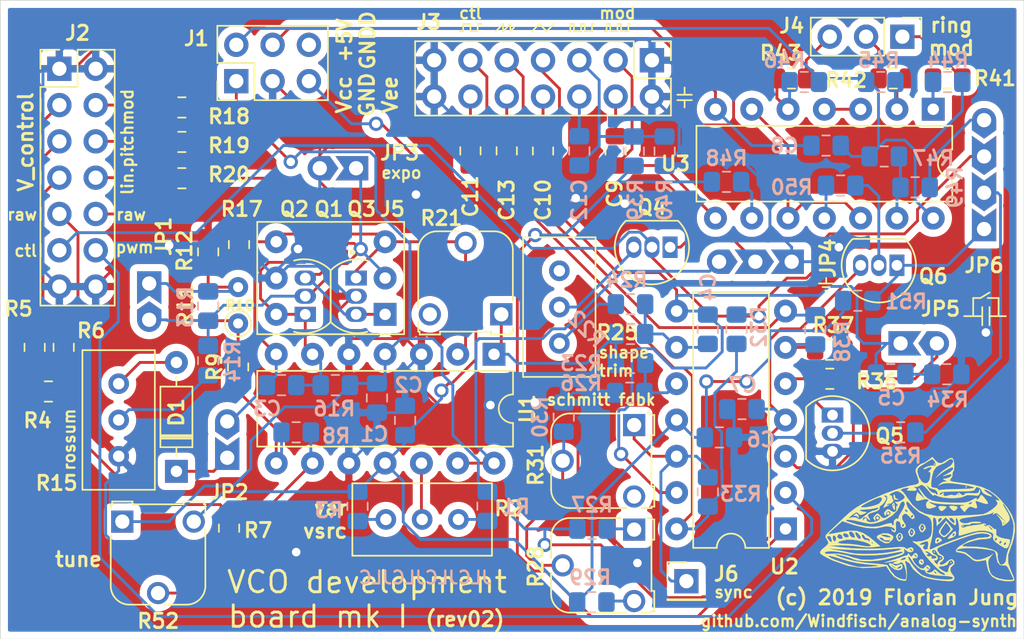
<source format=kicad_pcb>
(kicad_pcb (version 20171130) (host pcbnew 5.1.5)
  (layers (0 F.Cu signal) (31 B.Cu signal) (34 B.Paste user) (35 F.Paste user) (36 B.SilkS user) (37 F.SilkS user) (38 B.Mask user) (39 F.Mask user) (44 Edge.Cuts user))
  (net 0 "")
  (net 1 VCC)
  (net 2 VEE)
  (net 3 C1)
  (net 4 "Net-(C3-Pad1)")
  (net 5 "Net-(C4-Pad2)")
  (net 6 pulse)
  (net 7 sawtooth)
  (net 8 triangle)
  (net 9 square_ctl)
  (net 10 "Net-(D1-Pad2)")
  (net 11 "Net-(D1-Pad1)")
  (net 12 V_lin_pitchmod_1)
  (net 13 V_lin_pitchmod_2)
  (net 14 V_lin_pitchmod_3)
  (net 15 C2)
  (net 16 V_pwm)
  (net 17 ctl_override)
  (net 18 V_control_raw)
  (net 19 V_control_3)
  (net 20 V_control_2)
  (net 21 V_control)
  (net 22 "Net-(J4-Pad3)")
  (net 23 "Net-(J4-Pad2)")
  (net 24 "Net-(J4-Pad1)")
  (net 25 E)
  (net 26 B1)
  (net 27 "Net-(JP4-Pad2)")
  (net 28 "Net-(Q4-Pad3)")
  (net 29 "Net-(Q5-Pad1)")
  (net 30 "Net-(Q5-Pad2)")
  (net 31 "Net-(R1-Pad2)")
  (net 32 V_tune)
  (net 33 "Net-(JP1-Pad1)")
  (net 34 "Net-(R10-Pad1)")
  (net 35 V_expo)
  (net 36 saw_ctl)
  (net 37 "Net-(R36-Pad2)")
  (net 38 var_vsource)
  (net 39 "Net-(U3-Pad3)")
  (net 40 GND)
  (net 41 "Net-(C5-Pad1)")
  (net 42 +5V)
  (net 43 GNDD)
  (net 44 "Net-(C9-Pad2)")
  (net 45 rmpulse)
  (net 46 "Net-(C10-Pad2)")
  (net 47 "Net-(C11-Pad2)")
  (net 48 "Net-(C12-Pad2)")
  (net 49 "Net-(C13-Pad2)")
  (net 50 "Net-(J6-Pad1)")
  (net 51 "Net-(JP6-Pad4)")
  (net 52 "Net-(JP6-Pad1)")
  (net 53 "Net-(Q6-Pad2)")
  (net 54 "Net-(R2-Pad3)")
  (net 55 "Net-(R2-Pad2)")
  (net 56 "Net-(R8-Pad2)")
  (net 57 "Net-(R14-Pad2)")
  (net 58 "Net-(R23-Pad1)")
  (net 59 "Net-(R24-Pad1)")
  (net 60 "Net-(R27-Pad1)")
  (net 61 "Net-(R28-Pad2)")
  (net 62 "Net-(R28-Pad3)")
  (net 63 "Net-(R40-Pad2)")
  (net 64 "Net-(R41-Pad1)")
  (net 65 "Net-(R42-Pad1)")
  (net 66 "Net-(R43-Pad1)")
  (net 67 "Net-(R47-Pad1)")
  (net 68 "Net-(R48-Pad1)")
  (net 69 "Net-(R50-Pad2)")
  (net 70 "Net-(U3-Pad10)")
  (module footprints:SolderDipJumper4alt (layer F.Cu) (at 207.01 133.096 90)
    (fp_text reference JP6 (at -6.35 0 180) (layer F.SilkS) (effects (font (thickness 0.2))))
    (fp_text value "ringmod config")
    (pad 3 thru_hole custom (at 1.27 0 90) (size 1.7 1.7) (drill 1) (layers *.Cu *.Mask) (net 17 ctl_override) (options (clearance outline) (anchor circle)) (primitives (gr_poly (pts (xy -0.7 0.85) (xy -1.3 0) (xy -0.7 -0.85) (xy 1.45 -0.85) (xy 0.85 0) (xy 1.45 0.85)) (width 0))))
    (pad 4 thru_hole custom (at 3.81 0 90) (size 1.7 1.7) (drill 1) (layers *.Cu *.Mask) (net 51 "Net-(JP6-Pad4)") (options (clearance outline) (anchor circle)) (primitives (gr_poly (pts (xy -0.7 0.85) (xy -1.3 0) (xy -0.7 -0.85) (xy 0 -0.85) (xy 0 0.85)) (width 0))))
    (pad 2 thru_hole custom (at -1.27 0 90) (size 1.7 1.7) (drill 1) (layers *.Cu *.Mask) (net 36 saw_ctl) (options (clearance outline) (anchor circle)) (primitives (gr_poly (pts (xy -0.7 0.85) (xy -1.3 0) (xy -0.7 -0.85) (xy 1.45 -0.85) (xy 0.85 0) (xy 1.45 0.85)) (width 0))))
    (pad 1 thru_hole custom (at -3.81 0 90) (size 1.7 1.7) (drill 1) (layers *.Cu *.Mask) (net 52 "Net-(JP6-Pad1)") (options (clearance outline) (anchor rect)) (primitives (gr_poly (pts (xy 1.45 -0.85) (xy 0.85 0) (xy 1.45 0.85) (xy -0.05 0.85) (xy -0.05 -0.85)) (width 0))))
  )
  (module footprints:SolderDipJumper2alt (layer F.Cu) (at 202.438 144.907)
    (fp_text reference JP5 (at 1.524 -2.413) (layer F.SilkS) (effects (font (thickness 0.2))))
    (fp_text value Jumper_2_Open)
    (pad 2 thru_hole custom (at 1.27 0) (size 1.7 1.7) (drill 1) (layers *.Cu *.Mask) (net 41 "Net-(C5-Pad1)") (options (clearance outline) (anchor circle)) (primitives (gr_poly (pts (xy -0.7 0.85) (xy -1.3 0) (xy -0.7 -0.85) (xy 0 -0.85) (xy 0 0.85)) (width 0))))
    (pad 1 thru_hole custom (at -1.27 0) (size 1.7 1.7) (drill 1) (layers *.Cu *.Mask) (net 8 triangle) (options (clearance outline) (anchor rect)) (primitives (gr_poly (pts (xy 1.45 -0.85) (xy 0.85 0) (xy 1.45 0.85) (xy -0.05 0.85) (xy -0.05 -0.85)) (width 0))))
  )
  (module footprints:SolderDipJumper2alt (layer F.Cu) (at 161.798 132.6515 180)
    (fp_text reference JP3 (at -4.318 1.0795) (layer F.SilkS) (effects (font (thickness 0.2))))
    (fp_text value "expo in")
    (pad 2 thru_hole custom (at 1.27 0 180) (size 1.7 1.7) (drill 1) (layers *.Cu *.Mask) (net 40 GND) (options (clearance outline) (anchor circle)) (primitives (gr_poly (pts (xy -0.7 0.85) (xy -1.3 0) (xy -0.7 -0.85) (xy 0 -0.85) (xy 0 0.85)) (width 0))))
    (pad 1 thru_hole custom (at -1.27 0 180) (size 1.7 1.7) (drill 1) (layers *.Cu *.Mask) (net 26 B1) (options (clearance outline) (anchor rect)) (primitives (gr_poly (pts (xy 1.45 -0.85) (xy 0.85 0) (xy 1.45 0.85) (xy -0.05 0.85) (xy -0.05 -0.85)) (width 0))))
  )
  (module footprints:SolderDipJumper2alt (layer F.Cu) (at 154.051 151.638 90)
    (fp_text reference JP2 (at -3.683 0.127 180) (layer F.SilkS) (effects (font (thickness 0.2))))
    (fp_text value "Rossum connect")
    (pad 2 thru_hole custom (at 1.27 0 90) (size 1.7 1.7) (drill 1) (layers *.Cu *.Mask) (net 4 "Net-(C3-Pad1)") (options (clearance outline) (anchor circle)) (primitives (gr_poly (pts (xy -0.7 0.85) (xy -1.3 0) (xy -0.7 -0.85) (xy 0 -0.85) (xy 0 0.85)) (width 0))))
    (pad 1 thru_hole custom (at -1.27 0 90) (size 1.7 1.7) (drill 1) (layers *.Cu *.Mask) (net 11 "Net-(D1-Pad1)") (options (clearance outline) (anchor rect)) (primitives (gr_poly (pts (xy 1.45 -0.85) (xy 0.85 0) (xy 1.45 0.85) (xy -0.05 0.85) (xy -0.05 -0.85)) (width 0))))
  )
  (module footprints:SolderDipJumper2alt (layer F.Cu) (at 148.59 141.986 270)
    (fp_text reference JP1 (at -4.572 -1.016 270) (layer F.SilkS) (effects (font (thickness 0.2))))
    (fp_text value "Rossum override")
    (pad 2 thru_hole custom (at 1.27 0 270) (size 1.7 1.7) (drill 1) (layers *.Cu *.Mask) (net 26 B1) (options (clearance outline) (anchor circle)) (primitives (gr_poly (pts (xy -0.7 0.85) (xy -1.3 0) (xy -0.7 -0.85) (xy 0 -0.85) (xy 0 0.85)) (width 0))))
    (pad 1 thru_hole custom (at -1.27 0 270) (size 1.7 1.7) (drill 1) (layers *.Cu *.Mask) (net 33 "Net-(JP1-Pad1)") (options (clearance outline) (anchor rect)) (primitives (gr_poly (pts (xy 1.45 -0.85) (xy 0.85 0) (xy 1.45 0.85) (xy -0.05 0.85) (xy -0.05 -0.85)) (width 0))))
  )
  (module Potentiometer_THT:Potentiometer_Runtron_RM-065_Vertical (layer F.Cu) (at 146.7104 157.3784)
    (fp_text reference R52 (at 2.5146 6.9596) (layer F.SilkS) (effects (font (thickness 0.2))))
    (fp_text value 1k)
    (pad 2 thru_hole circle (at 2.5 5) (size 1.55 1.55) (drill 1) (layers *.Cu *.Mask) (net 32 V_tune))
    (pad 1 thru_hole rect (at 0 0) (size 1.55 1.55) (drill 1) (layers *.Cu *.Mask) (net 1 VCC))
    (pad 3 thru_hole circle (at 5 0) (size 1.55 1.55) (drill 1) (layers *.Cu *.Mask) (net 2 VEE))
  )
  (module Potentiometer_THT:Potentiometer_Runtron_RM-065_Vertical (layer F.Cu) (at 182.5244 150.622 270)
    (fp_text reference R31 (at 2.794 6.8834 90) (layer F.SilkS) (effects (font (thickness 0.2))))
    (fp_text value 1Meg)
    (pad 2 thru_hole circle (at 2.5 5 270) (size 1.55 1.55) (drill 1) (layers *.Cu *.Mask) (net 61 "Net-(R28-Pad2)"))
    (pad 1 thru_hole rect (at 0 0 270) (size 1.55 1.55) (drill 1) (layers *.Cu *.Mask) (net 50 "Net-(J6-Pad1)"))
    (pad 3 thru_hole circle (at 5 0 270) (size 1.55 1.55) (drill 1) (layers *.Cu *.Mask))
  )
  (module Potentiometer_THT:Potentiometer_Runtron_RM-065_Vertical (layer F.Cu) (at 182.5244 157.9372 270)
    (fp_text reference R28 (at 2.5908 6.8834 90) (layer F.SilkS) (effects (font (thickness 0.2))))
    (fp_text value 20k)
    (pad 2 thru_hole circle (at 2.5 5 270) (size 1.55 1.55) (drill 1) (layers *.Cu *.Mask) (net 61 "Net-(R28-Pad2)"))
    (pad 1 thru_hole rect (at 0 0 270) (size 1.55 1.55) (drill 1) (layers *.Cu *.Mask) (net 60 "Net-(R27-Pad1)"))
    (pad 3 thru_hole circle (at 5 0 270) (size 1.55 1.55) (drill 1) (layers *.Cu *.Mask) (net 62 "Net-(R28-Pad3)"))
  )
  (module Potentiometer_THT:Potentiometer_Runtron_RM-065_Vertical (layer F.Cu) (at 173.228 142.875 180)
    (fp_text reference R21 (at 4.191 6.731) (layer F.SilkS) (effects (font (thickness 0.2))))
    (fp_text value 50k)
    (pad 2 thru_hole circle (at 2.5 5 180) (size 1.55 1.55) (drill 1) (layers *.Cu *.Mask) (net 15 C2))
    (pad 1 thru_hole rect (at 0 0 180) (size 1.55 1.55) (drill 1) (layers *.Cu *.Mask) (net 35 V_expo))
    (pad 3 thru_hole circle (at 5 0 180) (size 1.55 1.55) (drill 1) (layers *.Cu *.Mask))
  )
  (module Package_TO_SOT_THT:TO-92_Inline (layer F.Cu) (at 196.4055 149.9235 270)
    (fp_text reference Q5 (at 1.4605 -4.0005 180) (layer F.SilkS) (effects (font (thickness 0.2))))
    (fp_text value BC547)
    (pad 1 thru_hole rect (at 0 0 270) (size 1.05 1.5) (drill 0.75) (layers *.Cu *.Mask) (net 29 "Net-(Q5-Pad1)"))
    (pad 3 thru_hole oval (at 2.54 0 270) (size 1.05 1.5) (drill 0.75) (layers *.Cu *.Mask) (net 40 GND))
    (pad 2 thru_hole oval (at 1.27 0 270) (size 1.05 1.5) (drill 0.75) (layers *.Cu *.Mask) (net 30 "Net-(Q5-Pad2)"))
  )
  (module Package_DIP:DIP-6_W7.62mm_Socket (layer F.Cu) (at 165.1 142.875 180)
    (fp_text reference J5 (at -0.508 7.366) (layer F.SilkS) (effects (font (thickness 0.2))))
    (fp_text value "BCM847 breakout socket")
    (pad 6 thru_hole oval (at 7.62 0 180) (size 1.6 1.6) (drill 0.8) (layers *.Cu *.Mask) (net 3 C1))
    (pad 3 thru_hole oval (at 0 5.08 180) (size 1.6 1.6) (drill 0.8) (layers *.Cu *.Mask) (net 15 C2))
    (pad 5 thru_hole oval (at 7.62 2.54 180) (size 1.6 1.6) (drill 0.8) (layers *.Cu *.Mask) (net 40 GND))
    (pad 2 thru_hole oval (at 0 2.54 180) (size 1.6 1.6) (drill 0.8) (layers *.Cu *.Mask) (net 26 B1))
    (pad 4 thru_hole oval (at 7.62 5.08 180) (size 1.6 1.6) (drill 0.8) (layers *.Cu *.Mask) (net 25 E))
    (pad 1 thru_hole rect (at 0 0 180) (size 1.6 1.6) (drill 0.8) (layers *.Cu *.Mask) (net 25 E))
  )
  (module Package_TO_SOT_SMD:SOT-363_SC-70-6 (layer F.Cu) (at 161.224 137.907 180)
    (fp_text reference Q1 (at 0.061 2.398 180) (layer F.SilkS) (effects (font (thickness 0.2))))
    (fp_text value BCM847)
    (pad 6 smd rect (at 0.95 -0.65 180) (size 0.65 0.4) (layers F.Cu F.Paste F.Mask) (net 3 C1))
    (pad 4 smd rect (at 0.95 0.65 180) (size 0.65 0.4) (layers F.Cu F.Paste F.Mask) (net 25 E))
    (pad 2 smd rect (at -0.95 0 180) (size 0.65 0.4) (layers F.Cu F.Paste F.Mask) (net 26 B1))
    (pad 5 smd rect (at 0.95 0 180) (size 0.65 0.4) (layers F.Cu F.Paste F.Mask) (net 40 GND))
    (pad 3 smd rect (at -0.95 0.65 180) (size 0.65 0.4) (layers F.Cu F.Paste F.Mask) (net 15 C2))
    (pad 1 smd rect (at -0.95 -0.65 180) (size 0.65 0.4) (layers F.Cu F.Paste F.Mask) (net 25 E))
  )
  (module footprints:TO-92_Inline_alt (layer F.Cu) (at 163.068 140.335 270)
    (fp_text reference Q3 (at -4.826 -0.381 180) (layer F.SilkS) (effects (font (thickness 0.2))))
    (fp_text value BC547)
    (pad 2 thru_hole oval (at 1.27 0 270) (size 1.05 1.5) (drill 0.75) (layers *.Cu *.Mask) (net 40 GND))
    (pad 3 thru_hole oval (at 2.54 0 270) (size 1.05 1.5) (drill 0.75) (layers *.Cu *.Mask) (net 25 E))
    (pad 1 thru_hole rect (at 0 0 270) (size 1.05 1.5) (drill 0.75) (layers *.Cu *.Mask) (net 15 C2))
  )
  (module footprints:TO-92_Inline_alt (layer F.Cu) (at 159.512 142.875 90)
    (fp_text reference Q2 (at 7.366 -0.762 180) (layer F.SilkS) (effects (font (thickness 0.2))))
    (fp_text value BC547)
    (pad 2 thru_hole oval (at 1.27 0 90) (size 1.05 1.5) (drill 0.75) (layers *.Cu *.Mask) (net 26 B1))
    (pad 3 thru_hole oval (at 2.54 0 90) (size 1.05 1.5) (drill 0.75) (layers *.Cu *.Mask) (net 25 E))
    (pad 1 thru_hole rect (at 0 0 90) (size 1.05 1.5) (drill 0.75) (layers *.Cu *.Mask) (net 3 C1))
  )
  (module windfisch:windfisch_smaller (layer F.Cu) (at 202.311 157.226)
    (fp_text reference G*** hide)
    (fp_text value LOGO hide)
  )
  (module Resistor_SMD:R_0805_2012Metric_Pad1.15x1.40mm_HandSolder (layer B.Cu) (at 182.2196 148.3614)
    (fp_text reference R26 (at -3.4036 -0.6604) (layer B.SilkS) (effects (font (thickness 0.2)) (justify mirror)))
    (fp_text value 47k)
    (pad 2 smd roundrect (at 1.025 0) (size 1.15 1.4) (layers B.Cu B.Paste B.Mask) (roundrect_rratio 0.217391) (net 58 "Net-(R23-Pad1)"))
    (pad 1 smd roundrect (at -1.025 0) (size 1.15 1.4) (layers B.Cu B.Paste B.Mask) (roundrect_rratio 0.217391) (net 40 GND))
  )
  (module Potentiometer_THT:Potentiometer_Bourns_3296W_Vertical (layer F.Cu) (at 177.292 144.907 270)
    (fp_text reference R25 (at -0.762 -4.064 180) (layer F.SilkS) (effects (font (thickness 0.2))))
    (fp_text value 10k)
    (pad 3 thru_hole circle (at -5.08 0 270) (size 1.44 1.44) (drill 0.8) (layers *.Cu *.Mask))
    (pad 2 thru_hole circle (at -2.54 0 270) (size 1.44 1.44) (drill 0.8) (layers *.Cu *.Mask) (net 28 "Net-(Q4-Pad3)"))
    (pad 1 thru_hole circle (at 0 0 270) (size 1.44 1.44) (drill 0.8) (layers *.Cu *.Mask) (net 59 "Net-(R24-Pad1)"))
  )
  (module Resistor_SMD:R_0805_2012Metric_Pad1.15x1.40mm_HandSolder (layer F.Cu) (at 150.876 133.35)
    (fp_text reference R20 (at 3.302 -0.254) (layer F.SilkS) (effects (font (thickness 0.2))))
    (fp_text value TODO)
    (pad 2 smd roundrect (at 1.025 0) (size 1.15 1.4) (layers F.Cu F.Paste F.Mask) (roundrect_rratio 0.217391) (net 15 C2))
    (pad 1 smd roundrect (at -1.025 0) (size 1.15 1.4) (layers F.Cu F.Paste F.Mask) (roundrect_rratio 0.217391) (net 14 V_lin_pitchmod_3))
  )
  (module Resistor_SMD:R_0805_2012Metric_Pad1.15x1.40mm_HandSolder (layer F.Cu) (at 150.876 130.81)
    (fp_text reference R19 (at 3.302 0.254) (layer F.SilkS) (effects (font (thickness 0.2))))
    (fp_text value TODO)
    (pad 2 smd roundrect (at 1.025 0) (size 1.15 1.4) (layers F.Cu F.Paste F.Mask) (roundrect_rratio 0.217391) (net 15 C2))
    (pad 1 smd roundrect (at -1.025 0) (size 1.15 1.4) (layers F.Cu F.Paste F.Mask) (roundrect_rratio 0.217391) (net 13 V_lin_pitchmod_2))
  )
  (module Resistor_SMD:R_0805_2012Metric_Pad1.15x1.40mm_HandSolder (layer F.Cu) (at 150.876 128.397)
    (fp_text reference R18 (at 3.302 0.635) (layer F.SilkS) (effects (font (thickness 0.2))))
    (fp_text value TODO)
    (pad 2 smd roundrect (at 1.025 0) (size 1.15 1.4) (layers F.Cu F.Paste F.Mask) (roundrect_rratio 0.217391) (net 15 C2))
    (pad 1 smd roundrect (at -1.025 0) (size 1.15 1.4) (layers F.Cu F.Paste F.Mask) (roundrect_rratio 0.217391) (net 12 V_lin_pitchmod_1))
  )
  (module Connector_PinHeader_2.54mm:PinHeader_2x07_P2.54mm_Vertical (layer F.Cu) (at 183.769 125.095 270)
    (fp_text reference J3 (at -2.667 15.621 180) (layer F.SilkS) (effects (font (thickness 0.2))))
    (fp_text value "signal out")
    (pad 14 thru_hole oval (at 2.54 15.24 270) (size 1.7 1.7) (drill 1) (layers *.Cu *.Mask) (net 40 GND))
    (pad 13 thru_hole oval (at 0 15.24 270) (size 1.7 1.7) (drill 1) (layers *.Cu *.Mask) (net 40 GND))
    (pad 12 thru_hole oval (at 2.54 12.7 270) (size 1.7 1.7) (drill 1) (layers *.Cu *.Mask) (net 47 "Net-(C11-Pad2)"))
    (pad 11 thru_hole oval (at 0 12.7 270) (size 1.7 1.7) (drill 1) (layers *.Cu *.Mask) (net 9 square_ctl))
    (pad 10 thru_hole oval (at 2.54 10.16 270) (size 1.7 1.7) (drill 1) (layers *.Cu *.Mask) (net 49 "Net-(C13-Pad2)"))
    (pad 9 thru_hole oval (at 0 10.16 270) (size 1.7 1.7) (drill 1) (layers *.Cu *.Mask) (net 7 sawtooth))
    (pad 8 thru_hole oval (at 2.54 7.62 270) (size 1.7 1.7) (drill 1) (layers *.Cu *.Mask) (net 46 "Net-(C10-Pad2)"))
    (pad 7 thru_hole oval (at 0 7.62 270) (size 1.7 1.7) (drill 1) (layers *.Cu *.Mask) (net 8 triangle))
    (pad 6 thru_hole oval (at 2.54 5.08 270) (size 1.7 1.7) (drill 1) (layers *.Cu *.Mask) (net 48 "Net-(C12-Pad2)"))
    (pad 5 thru_hole oval (at 0 5.08 270) (size 1.7 1.7) (drill 1) (layers *.Cu *.Mask) (net 6 pulse))
    (pad 4 thru_hole oval (at 2.54 2.54 270) (size 1.7 1.7) (drill 1) (layers *.Cu *.Mask) (net 44 "Net-(C9-Pad2)"))
    (pad 3 thru_hole oval (at 0 2.54 270) (size 1.7 1.7) (drill 1) (layers *.Cu *.Mask) (net 45 rmpulse))
    (pad 2 thru_hole oval (at 2.54 0 270) (size 1.7 1.7) (drill 1) (layers *.Cu *.Mask) (net 40 GND))
    (pad 1 thru_hole rect (at 0 0 270) (size 1.7 1.7) (drill 1) (layers *.Cu *.Mask) (net 40 GND))
  )
  (module Connector_PinHeader_2.54mm:PinHeader_2x07_P2.54mm_Vertical (layer F.Cu) (at 142.307 125.691)
    (fp_text reference J2 (at 1.27 -2.501) (layer F.SilkS) (effects (font (thickness 0.2))))
    (fp_text value "control in")
    (pad 14 thru_hole oval (at 2.54 15.24) (size 1.7 1.7) (drill 1) (layers *.Cu *.Mask) (net 40 GND))
    (pad 13 thru_hole oval (at 0 15.24) (size 1.7 1.7) (drill 1) (layers *.Cu *.Mask) (net 40 GND))
    (pad 12 thru_hole oval (at 2.54 12.7) (size 1.7 1.7) (drill 1) (layers *.Cu *.Mask) (net 16 V_pwm))
    (pad 11 thru_hole oval (at 0 12.7) (size 1.7 1.7) (drill 1) (layers *.Cu *.Mask) (net 17 ctl_override))
    (pad 10 thru_hole oval (at 2.54 10.16) (size 1.7 1.7) (drill 1) (layers *.Cu *.Mask) (net 15 C2))
    (pad 9 thru_hole oval (at 0 10.16) (size 1.7 1.7) (drill 1) (layers *.Cu *.Mask) (net 18 V_control_raw))
    (pad 8 thru_hole oval (at 2.54 7.62) (size 1.7 1.7) (drill 1) (layers *.Cu *.Mask) (net 14 V_lin_pitchmod_3))
    (pad 7 thru_hole oval (at 0 7.62) (size 1.7 1.7) (drill 1) (layers *.Cu *.Mask) (net 19 V_control_3))
    (pad 6 thru_hole oval (at 2.54 5.08) (size 1.7 1.7) (drill 1) (layers *.Cu *.Mask) (net 13 V_lin_pitchmod_2))
    (pad 5 thru_hole oval (at 0 5.08) (size 1.7 1.7) (drill 1) (layers *.Cu *.Mask) (net 20 V_control_2))
    (pad 4 thru_hole oval (at 2.54 2.54) (size 1.7 1.7) (drill 1) (layers *.Cu *.Mask) (net 12 V_lin_pitchmod_1))
    (pad 3 thru_hole oval (at 0 2.54) (size 1.7 1.7) (drill 1) (layers *.Cu *.Mask) (net 21 V_control))
    (pad 2 thru_hole oval (at 2.54 0) (size 1.7 1.7) (drill 1) (layers *.Cu *.Mask) (net 40 GND))
    (pad 1 thru_hole rect (at 0 0) (size 1.7 1.7) (drill 1) (layers *.Cu *.Mask) (net 40 GND))
  )
  (module Connector_PinHeader_2.54mm:PinHeader_2x03_P2.54mm_Vertical (layer F.Cu) (at 154.686 126.5555 90)
    (fp_text reference J1 (at 2.9845 -2.794 180) (layer F.SilkS) (effects (font (thickness 0.2))))
    (fp_text value "power supply")
    (pad 6 thru_hole oval (at 2.54 5.08 90) (size 1.7 1.7) (drill 1) (layers *.Cu *.Mask))
    (pad 5 thru_hole oval (at 0 5.08 90) (size 1.7 1.7) (drill 1) (layers *.Cu *.Mask) (net 2 VEE))
    (pad 4 thru_hole oval (at 2.54 2.54 90) (size 1.7 1.7) (drill 1) (layers *.Cu *.Mask) (net 43 GNDD))
    (pad 3 thru_hole oval (at 0 2.54 90) (size 1.7 1.7) (drill 1) (layers *.Cu *.Mask) (net 40 GND))
    (pad 2 thru_hole oval (at 2.54 0 90) (size 1.7 1.7) (drill 1) (layers *.Cu *.Mask) (net 42 +5V))
    (pad 1 thru_hole rect (at 0 0 90) (size 1.7 1.7) (drill 1) (layers *.Cu *.Mask) (net 1 VCC))
  )
  (module Capacitor_SMD:C_0805_2012Metric_Pad1.15x1.40mm_HandSolder (layer F.Cu) (at 173.609 131.436 90)
    (fp_text reference C13 (at -3.438 0 270) (layer F.SilkS) (effects (font (thickness 0.2))))
    (fp_text value 100n)
    (pad 2 smd roundrect (at 1.025 0 90) (size 1.15 1.4) (layers F.Cu F.Paste F.Mask) (roundrect_rratio 0.217391) (net 49 "Net-(C13-Pad2)"))
    (pad 1 smd roundrect (at -1.025 0 90) (size 1.15 1.4) (layers F.Cu F.Paste F.Mask) (roundrect_rratio 0.217391) (net 7 sawtooth))
  )
  (module Capacitor_SMD:C_0805_2012Metric_Pad1.15x1.40mm_HandSolder (layer B.Cu) (at 178.689 131.436 90)
    (fp_text reference C12 (at -3.438 0 270) (layer B.SilkS) (effects (font (thickness 0.2)) (justify mirror)))
    (fp_text value 100n)
    (pad 2 smd roundrect (at 1.025 0 90) (size 1.15 1.4) (layers B.Cu B.Paste B.Mask) (roundrect_rratio 0.217391) (net 48 "Net-(C12-Pad2)"))
    (pad 1 smd roundrect (at -1.025 0 90) (size 1.15 1.4) (layers B.Cu B.Paste B.Mask) (roundrect_rratio 0.217391) (net 6 pulse))
  )
  (module Capacitor_SMD:C_0805_2012Metric_Pad1.15x1.40mm_HandSolder (layer F.Cu) (at 171.069 131.436 90)
    (fp_text reference C11 (at -3.184 0 90) (layer F.SilkS) (effects (font (thickness 0.2))))
    (fp_text value 100n)
    (pad 2 smd roundrect (at 1.025 0 90) (size 1.15 1.4) (layers F.Cu F.Paste F.Mask) (roundrect_rratio 0.217391) (net 47 "Net-(C11-Pad2)"))
    (pad 1 smd roundrect (at -1.025 0 90) (size 1.15 1.4) (layers F.Cu F.Paste F.Mask) (roundrect_rratio 0.217391) (net 9 square_ctl))
  )
  (module Capacitor_SMD:C_0805_2012Metric_Pad1.15x1.40mm_HandSolder (layer F.Cu) (at 176.149 131.445 90)
    (fp_text reference C10 (at -3.429 0 270) (layer F.SilkS) (effects (font (thickness 0.2))))
    (fp_text value 100n)
    (pad 2 smd roundrect (at 1.025 0 90) (size 1.15 1.4) (layers F.Cu F.Paste F.Mask) (roundrect_rratio 0.217391) (net 46 "Net-(C10-Pad2)"))
    (pad 1 smd roundrect (at -1.025 0 90) (size 1.15 1.4) (layers F.Cu F.Paste F.Mask) (roundrect_rratio 0.217391) (net 8 triangle))
  )
  (module Capacitor_SMD:C_0805_2012Metric_Pad1.15x1.40mm_HandSolder (layer F.Cu) (at 181.229 131.436 90)
    (fp_text reference C9 (at -2.9935 -0.0635 90) (layer F.SilkS) (effects (font (thickness 0.2))))
    (fp_text value 100n)
    (pad 2 smd roundrect (at 1.025 0 90) (size 1.15 1.4) (layers F.Cu F.Paste F.Mask) (roundrect_rratio 0.217391) (net 44 "Net-(C9-Pad2)"))
    (pad 1 smd roundrect (at -1.025 0 90) (size 1.15 1.4) (layers F.Cu F.Paste F.Mask) (roundrect_rratio 0.217391) (net 45 rmpulse))
  )
  (module Package_DIP:DIP-14_W7.62mm (layer F.Cu) (at 203.454 128.524 270)
    (fp_text reference U3 (at 3.81 18.034 180) (layer F.SilkS) (effects (font (thickness 0.2))))
    (fp_text value 74HC86)
    (pad 14 thru_hole oval (at 7.62 0 270) (size 1.6 1.6) (drill 0.8) (layers *.Cu *.Mask) (net 42 +5V))
    (pad 7 thru_hole oval (at 0 15.24 270) (size 1.6 1.6) (drill 0.8) (layers *.Cu *.Mask) (net 43 GNDD))
    (pad 13 thru_hole oval (at 7.62 2.54 270) (size 1.6 1.6) (drill 0.8) (layers *.Cu *.Mask) (net 67 "Net-(R47-Pad1)"))
    (pad 6 thru_hole oval (at 0 12.7 270) (size 1.6 1.6) (drill 0.8) (layers *.Cu *.Mask) (net 70 "Net-(U3-Pad10)"))
    (pad 12 thru_hole oval (at 7.62 5.08 270) (size 1.6 1.6) (drill 0.8) (layers *.Cu *.Mask) (net 70 "Net-(U3-Pad10)"))
    (pad 5 thru_hole oval (at 0 10.16 270) (size 1.6 1.6) (drill 0.8) (layers *.Cu *.Mask) (net 66 "Net-(R43-Pad1)"))
    (pad 11 thru_hole oval (at 7.62 7.62 270) (size 1.6 1.6) (drill 0.8) (layers *.Cu *.Mask) (net 69 "Net-(R50-Pad2)"))
    (pad 4 thru_hole oval (at 0 7.62 270) (size 1.6 1.6) (drill 0.8) (layers *.Cu *.Mask) (net 39 "Net-(U3-Pad3)"))
    (pad 10 thru_hole oval (at 7.62 10.16 270) (size 1.6 1.6) (drill 0.8) (layers *.Cu *.Mask) (net 70 "Net-(U3-Pad10)"))
    (pad 3 thru_hole oval (at 0 5.08 270) (size 1.6 1.6) (drill 0.8) (layers *.Cu *.Mask) (net 39 "Net-(U3-Pad3)"))
    (pad 9 thru_hole oval (at 7.62 12.7 270) (size 1.6 1.6) (drill 0.8) (layers *.Cu *.Mask) (net 68 "Net-(R48-Pad1)"))
    (pad 2 thru_hole oval (at 0 2.54 270) (size 1.6 1.6) (drill 0.8) (layers *.Cu *.Mask) (net 65 "Net-(R42-Pad1)"))
    (pad 8 thru_hole oval (at 7.62 15.24 270) (size 1.6 1.6) (drill 0.8) (layers *.Cu *.Mask) (net 45 rmpulse))
    (pad 1 thru_hole rect (at 0 0 270) (size 1.6 1.6) (drill 0.8) (layers *.Cu *.Mask) (net 64 "Net-(R41-Pad1)"))
  )
  (module Package_DIP:DIP-14_W7.62mm (layer F.Cu) (at 193.1162 157.8864 180)
    (fp_text reference U2 (at 0.0762 -2.6416) (layer F.SilkS) (effects (font (thickness 0.2))))
    (fp_text value LM324)
    (pad 1 thru_hole rect (at 0 0 180) (size 1.6 1.6) (drill 0.8) (layers *.Cu *.Mask) (net 63 "Net-(R40-Pad2)"))
    (pad 8 thru_hole oval (at 7.62 15.24 180) (size 1.6 1.6) (drill 0.8) (layers *.Cu *.Mask) (net 8 triangle))
    (pad 2 thru_hole oval (at 0 2.54 180) (size 1.6 1.6) (drill 0.8) (layers *.Cu *.Mask) (net 16 V_pwm))
    (pad 9 thru_hole oval (at 7.62 12.7 180) (size 1.6 1.6) (drill 0.8) (layers *.Cu *.Mask) (net 5 "Net-(C4-Pad2)"))
    (pad 3 thru_hole oval (at 0 5.08 180) (size 1.6 1.6) (drill 0.8) (layers *.Cu *.Mask) (net 41 "Net-(C5-Pad1)"))
    (pad 10 thru_hole oval (at 7.62 10.16 180) (size 1.6 1.6) (drill 0.8) (layers *.Cu *.Mask) (net 58 "Net-(R23-Pad1)"))
    (pad 4 thru_hole oval (at 0 7.62 180) (size 1.6 1.6) (drill 0.8) (layers *.Cu *.Mask) (net 1 VCC))
    (pad 11 thru_hole oval (at 7.62 7.62 180) (size 1.6 1.6) (drill 0.8) (layers *.Cu *.Mask) (net 2 VEE))
    (pad 5 thru_hole oval (at 0 10.16 180) (size 1.6 1.6) (drill 0.8) (layers *.Cu *.Mask) (net 29 "Net-(Q5-Pad1)"))
    (pad 12 thru_hole oval (at 7.62 5.08 180) (size 1.6 1.6) (drill 0.8) (layers *.Cu *.Mask) (net 50 "Net-(J6-Pad1)"))
    (pad 6 thru_hole oval (at 0 12.7 180) (size 1.6 1.6) (drill 0.8) (layers *.Cu *.Mask) (net 37 "Net-(R36-Pad2)"))
    (pad 13 thru_hole oval (at 7.62 2.54 180) (size 1.6 1.6) (drill 0.8) (layers *.Cu *.Mask) (net 8 triangle))
    (pad 7 thru_hole oval (at 0 15.24 180) (size 1.6 1.6) (drill 0.8) (layers *.Cu *.Mask) (net 7 sawtooth))
    (pad 14 thru_hole oval (at 7.62 0 180) (size 1.6 1.6) (drill 0.8) (layers *.Cu *.Mask) (net 9 square_ctl))
  )
  (module Package_DIP:DIP-14_W7.62mm (layer F.Cu) (at 172.72 145.669 270)
    (fp_text reference U1 (at 3.81 -2.33 90) (layer F.SilkS) (effects (font (thickness 0.2))))
    (fp_text value LM324)
    (pad 14 thru_hole oval (at 7.62 0 270) (size 1.6 1.6) (drill 0.8) (layers *.Cu *.Mask) (net 38 var_vsource))
    (pad 7 thru_hole oval (at 0 15.24 270) (size 1.6 1.6) (drill 0.8) (layers *.Cu *.Mask) (net 4 "Net-(C3-Pad1)"))
    (pad 13 thru_hole oval (at 7.62 2.54 270) (size 1.6 1.6) (drill 0.8) (layers *.Cu *.Mask) (net 38 var_vsource))
    (pad 6 thru_hole oval (at 0 12.7 270) (size 1.6 1.6) (drill 0.8) (layers *.Cu *.Mask) (net 3 C1))
    (pad 12 thru_hole oval (at 7.62 5.08 270) (size 1.6 1.6) (drill 0.8) (layers *.Cu *.Mask) (net 55 "Net-(R2-Pad2)"))
    (pad 5 thru_hole oval (at 0 10.16 270) (size 1.6 1.6) (drill 0.8) (layers *.Cu *.Mask) (net 40 GND))
    (pad 11 thru_hole oval (at 7.62 7.62 270) (size 1.6 1.6) (drill 0.8) (layers *.Cu *.Mask) (net 2 VEE))
    (pad 4 thru_hole oval (at 0 7.62 270) (size 1.6 1.6) (drill 0.8) (layers *.Cu *.Mask) (net 1 VCC))
    (pad 10 thru_hole oval (at 7.62 10.16 270) (size 1.6 1.6) (drill 0.8) (layers *.Cu *.Mask) (net 40 GND))
    (pad 3 thru_hole oval (at 0 5.08 270) (size 1.6 1.6) (drill 0.8) (layers *.Cu *.Mask) (net 40 GND))
    (pad 9 thru_hole oval (at 7.62 12.7 270) (size 1.6 1.6) (drill 0.8) (layers *.Cu *.Mask) (net 18 V_control_raw))
    (pad 2 thru_hole oval (at 0 2.54 270) (size 1.6 1.6) (drill 0.8) (layers *.Cu *.Mask) (net 15 C2))
    (pad 8 thru_hole oval (at 7.62 15.24 270) (size 1.6 1.6) (drill 0.8) (layers *.Cu *.Mask) (net 56 "Net-(R8-Pad2)"))
    (pad 1 thru_hole rect (at 0 0 270) (size 1.6 1.6) (drill 0.8) (layers *.Cu *.Mask) (net 35 V_expo))
  )
  (module Resistor_SMD:R_0805_2012Metric_Pad1.15x1.40mm_HandSolder (layer B.Cu) (at 198.1745 141.9225)
    (fp_text reference R51 (at 3.3745 0.0635) (layer B.SilkS) (effects (font (thickness 0.2)) (justify mirror)))
    (fp_text value 10k)
    (pad 2 smd roundrect (at 1.025 0) (size 1.15 1.4) (layers B.Cu B.Paste B.Mask) (roundrect_rratio 0.217391) (net 52 "Net-(JP6-Pad1)"))
    (pad 1 smd roundrect (at -1.025 0) (size 1.15 1.4) (layers B.Cu B.Paste B.Mask) (roundrect_rratio 0.217391) (net 2 VEE))
  )
  (module Resistor_SMD:R_0805_2012Metric_Pad1.15x1.40mm_HandSolder (layer B.Cu) (at 196.977 133.858 180)
    (fp_text reference R50 (at 3.429 -0.127) (layer B.SilkS) (effects (font (thickness 0.2)) (justify mirror)))
    (fp_text value 10k)
    (pad 2 smd roundrect (at 1.025 0 180) (size 1.15 1.4) (layers B.Cu B.Paste B.Mask) (roundrect_rratio 0.217391) (net 69 "Net-(R50-Pad2)"))
    (pad 1 smd roundrect (at -1.025 0 180) (size 1.15 1.4) (layers B.Cu B.Paste B.Mask) (roundrect_rratio 0.217391) (net 53 "Net-(Q6-Pad2)"))
  )
  (module Resistor_SMD:R_0805_2012Metric_Pad1.15x1.40mm_HandSolder (layer B.Cu) (at 202.184 133.985 180)
    (fp_text reference R49 (at -2.794 0 90) (layer B.SilkS) (effects (font (thickness 0.2)) (justify mirror)))
    (fp_text value 10k)
    (pad 2 smd roundrect (at 1.025 0 180) (size 1.15 1.4) (layers B.Cu B.Paste B.Mask) (roundrect_rratio 0.217391) (net 67 "Net-(R47-Pad1)"))
    (pad 1 smd roundrect (at -1.025 0 180) (size 1.15 1.4) (layers B.Cu B.Paste B.Mask) (roundrect_rratio 0.217391) (net 51 "Net-(JP6-Pad4)"))
  )
  (module Resistor_SMD:R_0805_2012Metric_Pad1.15x1.40mm_HandSolder (layer B.Cu) (at 188.985 133.604 180)
    (fp_text reference R48 (at 0 1.65 180) (layer B.SilkS) (effects (font (thickness 0.2)) (justify mirror)))
    (fp_text value 10k)
    (pad 2 smd roundrect (at 1.025 0 180) (size 1.15 1.4) (layers B.Cu B.Paste B.Mask) (roundrect_rratio 0.217391) (net 63 "Net-(R40-Pad2)"))
    (pad 1 smd roundrect (at -1.025 0 180) (size 1.15 1.4) (layers B.Cu B.Paste B.Mask) (roundrect_rratio 0.217391) (net 68 "Net-(R48-Pad1)"))
  )
  (module Resistor_SMD:R_0805_2012Metric_Pad1.15x1.40mm_HandSolder (layer B.Cu) (at 200.025 131.826 180)
    (fp_text reference R47 (at -3.429 -0.127) (layer B.SilkS) (effects (font (thickness 0.2)) (justify mirror)))
    (fp_text value 100k)
    (pad 2 smd roundrect (at 1.025 0 180) (size 1.15 1.4) (layers B.Cu B.Paste B.Mask) (roundrect_rratio 0.217391) (net 42 +5V))
    (pad 1 smd roundrect (at -1.025 0 180) (size 1.15 1.4) (layers B.Cu B.Paste B.Mask) (roundrect_rratio 0.217391) (net 67 "Net-(R47-Pad1)"))
  )
  (module Resistor_SMD:R_0805_2012Metric_Pad1.15x1.40mm_HandSolder (layer B.Cu) (at 194.428 126.619)
    (fp_text reference R46 (at -1.388 -1.524) (layer B.SilkS) (effects (font (thickness 0.2)) (justify mirror)))
    (fp_text value 100k)
    (pad 2 smd roundrect (at 1.025 0) (size 1.15 1.4) (layers B.Cu B.Paste B.Mask) (roundrect_rratio 0.217391) (net 42 +5V))
    (pad 1 smd roundrect (at -1.025 0) (size 1.15 1.4) (layers B.Cu B.Paste B.Mask) (roundrect_rratio 0.217391) (net 66 "Net-(R43-Pad1)"))
  )
  (module Resistor_SMD:R_0805_2012Metric_Pad1.15x1.40mm_HandSolder (layer B.Cu) (at 199.78 126.619 180)
    (fp_text reference R45 (at 0.136 1.524) (layer B.SilkS) (effects (font (thickness 0.2)) (justify mirror)))
    (fp_text value 100k)
    (pad 2 smd roundrect (at 1.025 0 180) (size 1.15 1.4) (layers B.Cu B.Paste B.Mask) (roundrect_rratio 0.217391) (net 42 +5V))
    (pad 1 smd roundrect (at -1.025 0 180) (size 1.15 1.4) (layers B.Cu B.Paste B.Mask) (roundrect_rratio 0.217391) (net 65 "Net-(R42-Pad1)"))
  )
  (module Resistor_SMD:R_0805_2012Metric_Pad1.15x1.40mm_HandSolder (layer B.Cu) (at 204.461 126.619)
    (fp_text reference R44 (at 0.009 -1.524) (layer B.SilkS) (effects (font (thickness 0.2)) (justify mirror)))
    (fp_text value 100k)
    (pad 2 smd roundrect (at 1.025 0) (size 1.15 1.4) (layers B.Cu B.Paste B.Mask) (roundrect_rratio 0.217391) (net 42 +5V))
    (pad 1 smd roundrect (at -1.025 0) (size 1.15 1.4) (layers B.Cu B.Paste B.Mask) (roundrect_rratio 0.217391) (net 64 "Net-(R41-Pad1)"))
  )
  (module Resistor_SMD:R_0805_2012Metric_Pad1.15x1.40mm_HandSolder (layer F.Cu) (at 193.539 126.365)
    (fp_text reference R43 (at -0.753 -1.778) (layer F.SilkS) (effects (font (thickness 0.2))))
    (fp_text value 10k)
    (pad 2 smd roundrect (at 1.025 0) (size 1.15 1.4) (layers F.Cu F.Paste F.Mask) (roundrect_rratio 0.217391) (net 22 "Net-(J4-Pad3)"))
    (pad 1 smd roundrect (at -1.025 0) (size 1.15 1.4) (layers F.Cu F.Paste F.Mask) (roundrect_rratio 0.217391) (net 66 "Net-(R43-Pad1)"))
  )
  (module Resistor_SMD:R_0805_2012Metric_Pad1.15x1.40mm_HandSolder (layer F.Cu) (at 200.651 126.365 180)
    (fp_text reference R42 (at 3.293 -0.127 180) (layer F.SilkS) (effects (font (thickness 0.2))))
    (fp_text value 10k)
    (pad 1 smd roundrect (at -1.025 0 180) (size 1.15 1.4) (layers F.Cu F.Paste F.Mask) (roundrect_rratio 0.217391) (net 65 "Net-(R42-Pad1)"))
    (pad 2 smd roundrect (at 1.025 0 180) (size 1.15 1.4) (layers F.Cu F.Paste F.Mask) (roundrect_rratio 0.217391) (net 23 "Net-(J4-Pad2)"))
  )
  (module Resistor_SMD:R_0805_2012Metric_Pad1.15x1.40mm_HandSolder (layer F.Cu) (at 204.461 126.365)
    (fp_text reference R41 (at 3.311 0) (layer F.SilkS) (effects (font (thickness 0.2))))
    (fp_text value 10k)
    (pad 2 smd roundrect (at 1.025 0) (size 1.15 1.4) (layers F.Cu F.Paste F.Mask) (roundrect_rratio 0.217391) (net 24 "Net-(J4-Pad1)"))
    (pad 1 smd roundrect (at -1.025 0) (size 1.15 1.4) (layers F.Cu F.Paste F.Mask) (roundrect_rratio 0.217391) (net 64 "Net-(R41-Pad1)"))
  )
  (module Resistor_SMD:R_0805_2012Metric_Pad1.15x1.40mm_HandSolder (layer B.Cu) (at 182.499 131.454 270)
    (fp_text reference R40 (at 3.42 -2.159 270) (layer B.SilkS) (effects (font (thickness 0.2)) (justify mirror)))
    (fp_text value 2.2k)
    (pad 2 smd roundrect (at 1.025 0 270) (size 1.15 1.4) (layers B.Cu B.Paste B.Mask) (roundrect_rratio 0.217391) (net 63 "Net-(R40-Pad2)"))
    (pad 1 smd roundrect (at -1.025 0 270) (size 1.15 1.4) (layers B.Cu B.Paste B.Mask) (roundrect_rratio 0.217391) (net 6 pulse))
  )
  (module Resistor_SMD:R_0805_2012Metric_Pad1.15x1.40mm_HandSolder (layer B.Cu) (at 184.658 131.454 90)
    (fp_text reference R39 (at -3.42 -2.032 90) (layer B.SilkS) (effects (font (thickness 0.2)) (justify mirror)))
    (fp_text value 1k)
    (pad 2 smd roundrect (at 1.025 0 90) (size 1.15 1.4) (layers B.Cu B.Paste B.Mask) (roundrect_rratio 0.217391) (net 6 pulse))
    (pad 1 smd roundrect (at -1.025 0 90) (size 1.15 1.4) (layers B.Cu B.Paste B.Mask) (roundrect_rratio 0.217391) (net 40 GND))
  )
  (module Resistor_SMD:R_0805_2012Metric_Pad1.15x1.40mm_HandSolder (layer B.Cu) (at 195.199 143.9545 90)
    (fp_text reference R38 (at -0.8255 1.905 270) (layer B.SilkS) (effects (font (thickness 0.2)) (justify mirror)))
    (fp_text value 100k)
    (pad 2 smd roundrect (at 1.025 0 90) (size 1.15 1.4) (layers B.Cu B.Paste B.Mask) (roundrect_rratio 0.217391) (net 7 sawtooth))
    (pad 1 smd roundrect (at -1.025 0 90) (size 1.15 1.4) (layers B.Cu B.Paste B.Mask) (roundrect_rratio 0.217391) (net 37 "Net-(R36-Pad2)"))
  )
  (module Resistor_SMD:R_0805_2012Metric_Pad1.15x1.40mm_HandSolder (layer F.Cu) (at 196.215 147.3835)
    (fp_text reference R37 (at 0.254 -3.7465) (layer F.SilkS) (effects (font (thickness 0.2))))
    (fp_text value 100k)
    (pad 2 smd roundrect (at 1.025 0) (size 1.15 1.4) (layers F.Cu F.Paste F.Mask) (roundrect_rratio 0.217391) (net 41 "Net-(C5-Pad1)"))
    (pad 1 smd roundrect (at -1.025 0) (size 1.15 1.4) (layers F.Cu F.Paste F.Mask) (roundrect_rratio 0.217391) (net 29 "Net-(Q5-Pad1)"))
  )
  (module Resistor_SMD:R_0805_2012Metric_Pad1.15x1.40mm_HandSolder (layer F.Cu) (at 196.215 145.3515 180)
    (fp_text reference R36 (at -3.302 -2.2225) (layer F.SilkS) (effects (font (thickness 0.2))))
    (fp_text value 100k)
    (pad 2 smd roundrect (at 1.025 0 180) (size 1.15 1.4) (layers F.Cu F.Paste F.Mask) (roundrect_rratio 0.217391) (net 37 "Net-(R36-Pad2)"))
    (pad 1 smd roundrect (at -1.025 0 180) (size 1.15 1.4) (layers F.Cu F.Paste F.Mask) (roundrect_rratio 0.217391) (net 41 "Net-(C5-Pad1)"))
  )
  (module Resistor_SMD:R_0805_2012Metric_Pad1.15x1.40mm_HandSolder (layer B.Cu) (at 201.177 151.13)
    (fp_text reference R35 (at 0 1.65) (layer B.SilkS) (effects (font (thickness 0.2)) (justify mirror)))
    (fp_text value 10k)
    (pad 2 smd roundrect (at 1.025 0) (size 1.15 1.4) (layers B.Cu B.Paste B.Mask) (roundrect_rratio 0.217391) (net 36 saw_ctl))
    (pad 1 smd roundrect (at -1.025 0) (size 1.15 1.4) (layers B.Cu B.Paste B.Mask) (roundrect_rratio 0.217391) (net 30 "Net-(Q5-Pad2)"))
  )
  (module Resistor_SMD:R_0805_2012Metric_Pad1.15x1.40mm_HandSolder (layer B.Cu) (at 204.3975 147.066)
    (fp_text reference R34 (at 0.0725 1.778) (layer B.SilkS) (effects (font (thickness 0.2)) (justify mirror)))
    (fp_text value none)
    (pad 2 smd roundrect (at 1.025 0) (size 1.15 1.4) (layers B.Cu B.Paste B.Mask) (roundrect_rratio 0.217391) (net 40 GND))
    (pad 1 smd roundrect (at -1.025 0) (size 1.15 1.4) (layers B.Cu B.Paste B.Mask) (roundrect_rratio 0.217391) (net 41 "Net-(C5-Pad1)"))
  )
  (module Resistor_SMD:R_0805_2012Metric_Pad1.15x1.40mm_HandSolder (layer B.Cu) (at 187.6806 155.2956 270)
    (fp_text reference R33 (at 0.1524 -2.3114) (layer B.SilkS) (effects (font (thickness 0.2)) (justify mirror)))
    (fp_text value 100k)
    (pad 2 smd roundrect (at 1.025 0 270) (size 1.15 1.4) (layers B.Cu B.Paste B.Mask) (roundrect_rratio 0.217391) (net 9 square_ctl))
    (pad 1 smd roundrect (at -1.025 0 270) (size 1.15 1.4) (layers B.Cu B.Paste B.Mask) (roundrect_rratio 0.217391) (net 50 "Net-(J6-Pad1)"))
  )
  (module Resistor_SMD:R_0805_2012Metric_Pad1.15x1.40mm_HandSolder (layer B.Cu) (at 189.6872 143.9164 270)
    (fp_text reference R32 (at -0.1524 -1.5748 270) (layer B.SilkS) (effects (font (thickness 0.2)) (justify mirror)))
    (fp_text value 10k)
    (pad 2 smd roundrect (at 1.025 0 270) (size 1.15 1.4) (layers B.Cu B.Paste B.Mask) (roundrect_rratio 0.217391) (net 9 square_ctl))
    (pad 1 smd roundrect (at -1.025 0 270) (size 1.15 1.4) (layers B.Cu B.Paste B.Mask) (roundrect_rratio 0.217391) (net 17 ctl_override))
  )
  (module Resistor_SMD:R_0805_2012Metric_Pad1.15x1.40mm_HandSolder (layer B.Cu) (at 177.5968 150.0632 270)
    (fp_text reference R30 (at 0 1.65 90) (layer B.SilkS) (effects (font (thickness 0.2)) (justify mirror)))
    (fp_text value none)
    (pad 2 smd roundrect (at 1.025 0 270) (size 1.15 1.4) (layers B.Cu B.Paste B.Mask) (roundrect_rratio 0.217391) (net 61 "Net-(R28-Pad2)"))
    (pad 1 smd roundrect (at -1.025 0 270) (size 1.15 1.4) (layers B.Cu B.Paste B.Mask) (roundrect_rratio 0.217391) (net 40 GND))
  )
  (module Resistor_SMD:R_0805_2012Metric_Pad1.15x1.40mm_HandSolder (layer B.Cu) (at 179.5616 163.0172)
    (fp_text reference R29 (at -0.1106 -1.7272 180) (layer B.SilkS) (effects (font (thickness 0.2)) (justify mirror)))
    (fp_text value 10k)
    (pad 2 smd roundrect (at 1.025 0) (size 1.15 1.4) (layers B.Cu B.Paste B.Mask) (roundrect_rratio 0.217391) (net 62 "Net-(R28-Pad3)"))
    (pad 1 smd roundrect (at -1.025 0) (size 1.15 1.4) (layers B.Cu B.Paste B.Mask) (roundrect_rratio 0.217391) (net 2 VEE))
  )
  (module Resistor_SMD:R_0805_2012Metric_Pad1.15x1.40mm_HandSolder (layer B.Cu) (at 179.578 157.8864 180)
    (fp_text reference R27 (at 0 1.6764) (layer B.SilkS) (effects (font (thickness 0.2)) (justify mirror)))
    (fp_text value 10k)
    (pad 2 smd roundrect (at 1.025 0 180) (size 1.15 1.4) (layers B.Cu B.Paste B.Mask) (roundrect_rratio 0.217391) (net 1 VCC))
    (pad 1 smd roundrect (at -1.025 0 180) (size 1.15 1.4) (layers B.Cu B.Paste B.Mask) (roundrect_rratio 0.217391) (net 60 "Net-(R27-Pad1)"))
  )
  (module Resistor_SMD:R_0805_2012Metric_Pad1.15x1.40mm_HandSolder (layer B.Cu) (at 182.2704 142.1638)
    (fp_text reference R24 (at -0.2794 -1.7018) (layer B.SilkS) (effects (font (thickness 0.2)) (justify mirror)))
    (fp_text value 47k)
    (pad 2 smd roundrect (at 1.025 0) (size 1.15 1.4) (layers B.Cu B.Paste B.Mask) (roundrect_rratio 0.217391) (net 5 "Net-(C4-Pad2)"))
    (pad 1 smd roundrect (at -1.025 0) (size 1.15 1.4) (layers B.Cu B.Paste B.Mask) (roundrect_rratio 0.217391) (net 59 "Net-(R24-Pad1)"))
  )
  (module Resistor_SMD:R_0805_2012Metric_Pad1.15x1.40mm_HandSolder (layer B.Cu) (at 182.2704 146.2786 180)
    (fp_text reference R23 (at 3.4544 -0.0254) (layer B.SilkS) (effects (font (thickness 0.2)) (justify mirror)))
    (fp_text value 47k)
    (pad 2 smd roundrect (at 1.025 0 180) (size 1.15 1.4) (layers B.Cu B.Paste B.Mask) (roundrect_rratio 0.217391) (net 35 V_expo))
    (pad 1 smd roundrect (at -1.025 0 180) (size 1.15 1.4) (layers B.Cu B.Paste B.Mask) (roundrect_rratio 0.217391) (net 58 "Net-(R23-Pad1)"))
  )
  (module Resistor_SMD:R_0805_2012Metric_Pad1.15x1.40mm_HandSolder (layer B.Cu) (at 182.2704 144.2466)
    (fp_text reference R22 (at -3.0734 -0.3556 -45) (layer B.SilkS) (effects (font (thickness 0.2)) (justify mirror)))
    (fp_text value 100k)
    (pad 2 smd roundrect (at 1.025 0) (size 1.15 1.4) (layers B.Cu B.Paste B.Mask) (roundrect_rratio 0.217391) (net 5 "Net-(C4-Pad2)"))
    (pad 1 smd roundrect (at -1.025 0) (size 1.15 1.4) (layers B.Cu B.Paste B.Mask) (roundrect_rratio 0.217391) (net 35 V_expo))
  )
  (module Resistor_SMD:R_0805_2012Metric_Pad1.15x1.40mm_HandSolder (layer F.Cu) (at 154.8765 137.9945 270)
    (fp_text reference R17 (at -2.4855 -0.1905 180) (layer F.SilkS) (effects (font (thickness 0.2))))
    (fp_text value 1k)
    (pad 2 smd roundrect (at 1.025 0 270) (size 1.15 1.4) (layers F.Cu F.Paste F.Mask) (roundrect_rratio 0.217391) (net 4 "Net-(C3-Pad1)"))
    (pad 1 smd roundrect (at -1.025 0 270) (size 1.15 1.4) (layers F.Cu F.Paste F.Mask) (roundrect_rratio 0.217391) (net 25 E))
  )
  (module Resistor_SMD:R_0805_2012Metric_Pad1.15x1.40mm_HandSolder (layer B.Cu) (at 161.6165 147.828 180)
    (fp_text reference R16 (at 0.0725 -1.651) (layer B.SilkS) (effects (font (thickness 0.2)) (justify mirror)))
    (fp_text value 100k)
    (pad 2 smd roundrect (at 1.025 0 180) (size 1.15 1.4) (layers B.Cu B.Paste B.Mask) (roundrect_rratio 0.217391) (net 3 C1))
    (pad 1 smd roundrect (at -1.025 0 180) (size 1.15 1.4) (layers B.Cu B.Paste B.Mask) (roundrect_rratio 0.217391) (net 1 VCC))
  )
  (module Potentiometer_THT:Potentiometer_Bourns_3296W_Vertical (layer F.Cu) (at 146.4564 152.8064 270)
    (fp_text reference R15 (at 1.8796 4.3434 180) (layer F.SilkS) (effects (font (thickness 0.2))))
    (fp_text value 1k)
    (pad 3 thru_hole circle (at -5.08 0 270) (size 1.44 1.44) (drill 0.8) (layers *.Cu *.Mask) (net 10 "Net-(D1-Pad2)"))
    (pad 2 thru_hole circle (at -2.54 0 270) (size 1.44 1.44) (drill 0.8) (layers *.Cu *.Mask) (net 57 "Net-(R14-Pad2)"))
    (pad 1 thru_hole circle (at 0 0 270) (size 1.44 1.44) (drill 0.8) (layers *.Cu *.Mask) (net 40 GND))
  )
  (module Resistor_SMD:R_0805_2012Metric_Pad1.15x1.40mm_HandSolder (layer B.Cu) (at 152.7175 146.1135 270)
    (fp_text reference R14 (at 0.0635 -1.7145 270) (layer B.SilkS) (effects (font (thickness 0.2)) (justify mirror)))
    (fp_text value 100k)
    (pad 2 smd roundrect (at 1.025 0 270) (size 1.15 1.4) (layers B.Cu B.Paste B.Mask) (roundrect_rratio 0.217391) (net 57 "Net-(R14-Pad2)"))
    (pad 1 smd roundrect (at -1.025 0 270) (size 1.15 1.4) (layers B.Cu B.Paste B.Mask) (roundrect_rratio 0.217391) (net 26 B1))
  )
  (module Resistor_SMD:R_0805_2012Metric_Pad1.15x1.40mm_HandSolder (layer B.Cu) (at 152.7175 142.2945 90)
    (fp_text reference R13 (at -0.0725 -1.5875 90) (layer B.SilkS) (effects (font (thickness 0.2)) (justify mirror)))
    (fp_text value 4.7k)
    (pad 2 smd roundrect (at 1.025 0 90) (size 1.15 1.4) (layers B.Cu B.Paste B.Mask) (roundrect_rratio 0.217391) (net 33 "Net-(JP1-Pad1)"))
    (pad 1 smd roundrect (at -1.025 0 90) (size 1.15 1.4) (layers B.Cu B.Paste B.Mask) (roundrect_rratio 0.217391) (net 26 B1))
  )
  (module Resistor_SMD:R_0805_2012Metric_Pad1.15x1.40mm_HandSolder (layer F.Cu) (at 152.7175 138.5025 90)
    (fp_text reference R12 (at 0.0725 -1.65 90) (layer F.SilkS) (effects (font (thickness 0.2))))
    (fp_text value 2.2k)
    (pad 2 smd roundrect (at 1.025 0 90) (size 1.15 1.4) (layers F.Cu F.Paste F.Mask) (roundrect_rratio 0.217391) (net 40 GND))
    (pad 1 smd roundrect (at -1.025 0 90) (size 1.15 1.4) (layers F.Cu F.Paste F.Mask) (roundrect_rratio 0.217391) (net 33 "Net-(JP1-Pad1)"))
  )
  (module Resistor_SMD:R_0805_2012Metric_Pad1.15x1.40mm_HandSolder (layer F.Cu) (at 152.7175 142.2945 90)
    (fp_text reference R11 (at 0.0545 -1.5875 90) (layer F.SilkS) (effects (font (thickness 0.2))))
    (fp_text value 1k)
    (pad 2 smd roundrect (at 1.025 0 90) (size 1.15 1.4) (layers F.Cu F.Paste F.Mask) (roundrect_rratio 0.217391) (net 33 "Net-(JP1-Pad1)"))
    (pad 1 smd roundrect (at -1.025 0 90) (size 1.15 1.4) (layers F.Cu F.Paste F.Mask) (roundrect_rratio 0.217391) (net 34 "Net-(R10-Pad1)"))
  )
  (module Resistor_THT:R_Axial_DIN0204_L3.6mm_D1.6mm_P2.54mm_Vertical (layer F.Cu) (at 154.813 143.51 90)
    (fp_text reference R10 (at 1.27 0.127 180) (layer F.SilkS) (effects (font (size 0.7 0.7) (thickness 0.2))))
    (fp_text value 1k)
    (pad 2 thru_hole oval (at 2.54 0 90) (size 1.4 1.4) (drill 0.7) (layers *.Cu *.Mask) (net 33 "Net-(JP1-Pad1)"))
    (pad 1 thru_hole circle (at 0 0 90) (size 1.4 1.4) (drill 0.7) (layers *.Cu *.Mask) (net 34 "Net-(R10-Pad1)"))
  )
  (module Resistor_SMD:R_0805_2012Metric_Pad1.15x1.40mm_HandSolder (layer F.Cu) (at 154.813 146.558 90)
    (fp_text reference R9 (at 0 -1.651 90) (layer F.SilkS) (effects (font (thickness 0.2))))
    (fp_text value 150)
    (pad 2 smd roundrect (at 1.025 0 90) (size 1.15 1.4) (layers F.Cu F.Paste F.Mask) (roundrect_rratio 0.217391) (net 34 "Net-(R10-Pad1)"))
    (pad 1 smd roundrect (at -1.025 0 90) (size 1.15 1.4) (layers F.Cu F.Paste F.Mask) (roundrect_rratio 0.217391) (net 56 "Net-(R8-Pad2)"))
  )
  (module Resistor_SMD:R_0805_2012Metric_Pad1.15x1.40mm_HandSolder (layer B.Cu) (at 158.877 151.13 180)
    (fp_text reference R8 (at -2.794 -0.254) (layer B.SilkS) (effects (font (thickness 0.2)) (justify mirror)))
    (fp_text value 12k2)
    (pad 2 smd roundrect (at 1.025 0 180) (size 1.15 1.4) (layers B.Cu B.Paste B.Mask) (roundrect_rratio 0.217391) (net 56 "Net-(R8-Pad2)"))
    (pad 1 smd roundrect (at -1.025 0 180) (size 1.15 1.4) (layers B.Cu B.Paste B.Mask) (roundrect_rratio 0.217391) (net 18 V_control_raw))
  )
  (module Resistor_SMD:R_0805_2012Metric_Pad1.15x1.40mm_HandSolder (layer F.Cu) (at 154.178 157.8356 270)
    (fp_text reference R7 (at 0.1524 -2.032 180) (layer F.SilkS) (effects (font (thickness 0.2))))
    (fp_text value 220k)
    (pad 2 smd roundrect (at 1.025 0 270) (size 1.15 1.4) (layers F.Cu F.Paste F.Mask) (roundrect_rratio 0.217391) (net 32 V_tune))
    (pad 1 smd roundrect (at -1.025 0 270) (size 1.15 1.4) (layers F.Cu F.Paste F.Mask) (roundrect_rratio 0.217391) (net 18 V_control_raw))
  )
  (module Resistor_SMD:R_0805_2012Metric_Pad1.15x1.40mm_HandSolder (layer F.Cu) (at 142.6083 145.1864 90)
    (fp_text reference R6 (at 1.1684 1.9177 180) (layer F.SilkS) (effects (font (thickness 0.2))))
    (fp_text value 147k)
    (pad 2 smd roundrect (at 1.025 0 90) (size 1.15 1.4) (layers F.Cu F.Paste F.Mask) (roundrect_rratio 0.217391) (net 19 V_control_3))
    (pad 1 smd roundrect (at -1.025 0 90) (size 1.15 1.4) (layers F.Cu F.Paste F.Mask) (roundrect_rratio 0.217391) (net 18 V_control_raw))
  )
  (module Resistor_SMD:R_0805_2012Metric_Pad1.15x1.40mm_HandSolder (layer F.Cu) (at 140.5763 145.1864 90)
    (fp_text reference R5 (at 2.6924 -1.1303 180) (layer F.SilkS) (effects (font (thickness 0.2))))
    (fp_text value 147k)
    (pad 2 smd roundrect (at 1.025 0 90) (size 1.15 1.4) (layers F.Cu F.Paste F.Mask) (roundrect_rratio 0.217391) (net 20 V_control_2))
    (pad 1 smd roundrect (at -1.025 0 90) (size 1.15 1.4) (layers F.Cu F.Paste F.Mask) (roundrect_rratio 0.217391) (net 18 V_control_raw))
  )
  (module Resistor_SMD:R_0805_2012Metric_Pad1.15x1.40mm_HandSolder (layer F.Cu) (at 141.5415 148.2725 180)
    (fp_text reference R4 (at 0.762 -2.032) (layer F.SilkS) (effects (font (thickness 0.2))))
    (fp_text value 147k)
    (pad 2 smd roundrect (at 1.025 0 180) (size 1.15 1.4) (layers F.Cu F.Paste F.Mask) (roundrect_rratio 0.217391) (net 21 V_control))
    (pad 1 smd roundrect (at -1.025 0 180) (size 1.15 1.4) (layers F.Cu F.Paste F.Mask) (roundrect_rratio 0.217391) (net 18 V_control_raw))
  )
  (module Resistor_SMD:R_0805_2012Metric_Pad1.15x1.40mm_HandSolder (layer B.Cu) (at 163.1696 156.3116 90)
    (fp_text reference R3 (at -0.2794 -2.0066) (layer B.SilkS) (effects (font (thickness 0.2)) (justify mirror)))
    (fp_text value 1Meg)
    (pad 2 smd roundrect (at 1.025 0 90) (size 1.15 1.4) (layers B.Cu B.Paste B.Mask) (roundrect_rratio 0.217391) (net 2 VEE))
    (pad 1 smd roundrect (at -1.025 0 90) (size 1.15 1.4) (layers B.Cu B.Paste B.Mask) (roundrect_rratio 0.217391) (net 54 "Net-(R2-Pad3)"))
  )
  (module Potentiometer_THT:Potentiometer_Bourns_3296W_Vertical (layer F.Cu) (at 170.2308 157.226)
    (fp_text reference R2 (at 3.5052 -0.762) (layer F.SilkS) (effects (font (thickness 0.2))))
    (fp_text value 10k)
    (pad 3 thru_hole circle (at -5.08 0) (size 1.44 1.44) (drill 0.8) (layers *.Cu *.Mask) (net 54 "Net-(R2-Pad3)"))
    (pad 2 thru_hole circle (at -2.54 0) (size 1.44 1.44) (drill 0.8) (layers *.Cu *.Mask) (net 55 "Net-(R2-Pad2)"))
    (pad 1 thru_hole circle (at 0 0) (size 1.44 1.44) (drill 0.8) (layers *.Cu *.Mask) (net 31 "Net-(R1-Pad2)"))
  )
  (module Resistor_SMD:R_0805_2012Metric_Pad1.15x1.40mm_HandSolder (layer B.Cu) (at 172.2628 156.3026 270)
    (fp_text reference R1 (at 0.0344 -1.9812) (layer B.SilkS) (effects (font (thickness 0.2)) (justify mirror)))
    (fp_text value 1Meg)
    (pad 2 smd roundrect (at 1.025 0 270) (size 1.15 1.4) (layers B.Cu B.Paste B.Mask) (roundrect_rratio 0.217391) (net 31 "Net-(R1-Pad2)"))
    (pad 1 smd roundrect (at -1.025 0 270) (size 1.15 1.4) (layers B.Cu B.Paste B.Mask) (roundrect_rratio 0.217391) (net 1 VCC))
  )
  (module Package_TO_SOT_THT:TO-92_Inline (layer F.Cu) (at 200.914 139.446 180)
    (fp_text reference Q6 (at -2.54 -0.762) (layer F.SilkS) (effects (font (thickness 0.2))))
    (fp_text value BC327)
    (pad 1 thru_hole rect (at 0 0 180) (size 1.05 1.5) (drill 0.75) (layers *.Cu *.Mask) (net 52 "Net-(JP6-Pad1)"))
    (pad 3 thru_hole oval (at 2.54 0 180) (size 1.05 1.5) (drill 0.75) (layers *.Cu *.Mask) (net 1 VCC))
    (pad 2 thru_hole oval (at 1.27 0 180) (size 1.05 1.5) (drill 0.75) (layers *.Cu *.Mask) (net 53 "Net-(Q6-Pad2)"))
  )
  (module Package_TO_SOT_THT:TO-92_Inline (layer F.Cu) (at 185.039 138.176 180)
    (fp_text reference Q4 (at 1.27 2.794) (layer F.SilkS) (effects (font (thickness 0.2))))
    (fp_text value 2N7000)
    (pad 1 thru_hole rect (at 0 0 180) (size 1.05 1.5) (drill 0.75) (layers *.Cu *.Mask) (net 27 "Net-(JP4-Pad2)"))
    (pad 3 thru_hole oval (at 2.54 0 180) (size 1.05 1.5) (drill 0.75) (layers *.Cu *.Mask) (net 28 "Net-(Q4-Pad3)"))
    (pad 2 thru_hole oval (at 1.27 0 180) (size 1.05 1.5) (drill 0.75) (layers *.Cu *.Mask) (net 17 ctl_override))
  )
  (module footprints:SolderDipJumper3alt (layer F.Cu) (at 191.008 139.192 180)
    (fp_text reference JP4 (at -5.08 0.254 90) (layer F.SilkS) (effects (font (thickness 0.2))))
    (fp_text value "gnd adjust")
    (pad 3 thru_hole custom (at 2.54 0 180) (size 1.7 1.7) (drill 1) (layers *.Cu *.Mask) (net 38 var_vsource) (options (clearance outline) (anchor circle)) (primitives (gr_poly (pts (xy -0.7 0.85) (xy -1.3 0) (xy -0.7 -0.85) (xy 0 -0.85) (xy 0 0.85)) (width 0))))
    (pad 2 thru_hole custom (at 0 0 180) (size 1.7 1.7) (drill 1) (layers *.Cu *.Mask) (net 27 "Net-(JP4-Pad2)") (options (clearance outline) (anchor circle)) (primitives (gr_poly (pts (xy -0.7 0.85) (xy -1.3 0) (xy -0.7 -0.85) (xy 1.45 -0.85) (xy 0.85 0) (xy 1.45 0.85)) (width 0))))
    (pad 1 thru_hole custom (at -2.54 0 180) (size 1.7 1.7) (drill 1) (layers *.Cu *.Mask) (net 40 GND) (options (clearance outline) (anchor rect)) (primitives (gr_poly (pts (xy 1.45 -0.85) (xy 0.85 0) (xy 1.45 0.85) (xy -0.05 0.85) (xy -0.05 -0.85)) (width 0))))
  )
  (module Connector_PinHeader_2.54mm:PinHeader_1x01_P2.54mm_Vertical (layer F.Cu) (at 186.182 161.544)
    (fp_text reference J6 (at 2.794 -0.508) (layer F.SilkS) (effects (font (thickness 0.2))))
    (fp_text value Conn_01x01_Male)
    (pad 1 thru_hole rect (at 0 0) (size 1.7 1.7) (drill 1) (layers *.Cu *.Mask) (net 50 "Net-(J6-Pad1)"))
  )
  (module Connector_PinHeader_2.54mm:PinHeader_1x03_P2.54mm_Vertical (layer F.Cu) (at 201.295 123.444 270)
    (fp_text reference J4 (at -0.762 7.747 180) (layer F.SilkS) (effects (font (thickness 0.2))))
    (fp_text value Conn_01x03_Male)
    (pad 3 thru_hole oval (at 0 5.08 270) (size 1.7 1.7) (drill 1) (layers *.Cu *.Mask) (net 22 "Net-(J4-Pad3)"))
    (pad 2 thru_hole oval (at 0 2.54 270) (size 1.7 1.7) (drill 1) (layers *.Cu *.Mask) (net 23 "Net-(J4-Pad2)"))
    (pad 1 thru_hole rect (at 0 0 270) (size 1.7 1.7) (drill 1) (layers *.Cu *.Mask) (net 24 "Net-(J4-Pad1)"))
  )
  (module Diode_THT:D_DO-35_SOD27_P7.62mm_Horizontal (layer F.Cu) (at 150.495 153.8605 90)
    (fp_text reference D1 (at 4.1275 0 270) (layer F.SilkS) (effects (font (thickness 0.2))))
    (fp_text value 1N4148)
    (pad 2 thru_hole oval (at 7.62 0 90) (size 1.6 1.6) (drill 0.8) (layers *.Cu *.Mask) (net 10 "Net-(D1-Pad2)"))
    (pad 1 thru_hole rect (at 0 0 90) (size 1.6 1.6) (drill 0.8) (layers *.Cu *.Mask) (net 11 "Net-(D1-Pad1)"))
  )
  (module Capacitor_SMD:C_0805_2012Metric_Pad1.15x1.40mm_HandSolder (layer B.Cu) (at 195.952 131.064)
    (fp_text reference C8 (at -2.912 0) (layer B.SilkS) (effects (font (thickness 0.2)) (justify mirror)))
    (fp_text value 100n)
    (pad 2 smd roundrect (at 1.025 0) (size 1.15 1.4) (layers B.Cu B.Paste B.Mask) (roundrect_rratio 0.217391) (net 42 +5V))
    (pad 1 smd roundrect (at -1.025 0) (size 1.15 1.4) (layers B.Cu B.Paste B.Mask) (roundrect_rratio 0.217391) (net 43 GNDD))
  )
  (module Capacitor_SMD:C_0805_2012Metric_Pad1.15x1.40mm_HandSolder (layer B.Cu) (at 190.0682 149.5044)
    (fp_text reference C7 (at 0.0508 -1.6764) (layer B.SilkS) (effects (font (thickness 0.2)) (justify mirror)))
    (fp_text value 100n)
    (pad 2 smd roundrect (at 1.025 0) (size 1.15 1.4) (layers B.Cu B.Paste B.Mask) (roundrect_rratio 0.217391) (net 1 VCC))
    (pad 1 smd roundrect (at -1.025 0) (size 1.15 1.4) (layers B.Cu B.Paste B.Mask) (roundrect_rratio 0.217391) (net 40 GND))
  )
  (module Capacitor_SMD:C_0805_2012Metric_Pad1.15x1.40mm_HandSolder (layer B.Cu) (at 188.4934 151.4856 180)
    (fp_text reference C6 (at -2.8956 -0.1524) (layer B.SilkS) (effects (font (thickness 0.2)) (justify mirror)))
    (fp_text value 100n)
    (pad 2 smd roundrect (at 1.025 0 180) (size 1.15 1.4) (layers B.Cu B.Paste B.Mask) (roundrect_rratio 0.217391) (net 2 VEE))
    (pad 1 smd roundrect (at -1.025 0 180) (size 1.15 1.4) (layers B.Cu B.Paste B.Mask) (roundrect_rratio 0.217391) (net 40 GND))
  )
  (module Capacitor_SMD:C_0805_2012Metric_Pad1.15x1.40mm_HandSolder (layer B.Cu) (at 200.4785 147.066 180)
    (fp_text reference C5 (at -0.0545 -1.651) (layer B.SilkS) (effects (font (thickness 0.2)) (justify mirror)))
    (fp_text value 100n)
    (pad 2 smd roundrect (at 1.025 0 180) (size 1.15 1.4) (layers B.Cu B.Paste B.Mask) (roundrect_rratio 0.217391) (net 8 triangle))
    (pad 1 smd roundrect (at -1.025 0 180) (size 1.15 1.4) (layers B.Cu B.Paste B.Mask) (roundrect_rratio 0.217391) (net 41 "Net-(C5-Pad1)"))
  )
  (module Capacitor_SMD:C_0805_2012Metric_Pad1.15x1.40mm_HandSolder (layer B.Cu) (at 187.6806 143.9164 270)
    (fp_text reference C4 (at -2.9464 -0.0254 270) (layer B.SilkS) (effects (font (thickness 0.2)) (justify mirror)))
    (fp_text value 1n)
    (pad 2 smd roundrect (at 1.025 0 270) (size 1.15 1.4) (layers B.Cu B.Paste B.Mask) (roundrect_rratio 0.217391) (net 5 "Net-(C4-Pad2)"))
    (pad 1 smd roundrect (at -1.025 0 270) (size 1.15 1.4) (layers B.Cu B.Paste B.Mask) (roundrect_rratio 0.217391) (net 8 triangle))
  )
  (module Capacitor_SMD:C_0805_2012Metric_Pad1.15x1.40mm_HandSolder (layer B.Cu) (at 157.852 147.828)
    (fp_text reference C3 (at -1.007 1.651) (layer B.SilkS) (effects (font (thickness 0.2)) (justify mirror)))
    (fp_text value 2.2n)
    (pad 2 smd roundrect (at 1.025 0) (size 1.15 1.4) (layers B.Cu B.Paste B.Mask) (roundrect_rratio 0.217391) (net 3 C1))
    (pad 1 smd roundrect (at -1.025 0) (size 1.15 1.4) (layers B.Cu B.Paste B.Mask) (roundrect_rratio 0.217391) (net 4 "Net-(C3-Pad1)"))
  )
  (module Capacitor_SMD:C_0805_2012Metric_Pad1.15x1.40mm_HandSolder (layer B.Cu) (at 166.497 150.2955 270)
    (fp_text reference C2 (at -2.4675 -0.254 180) (layer B.SilkS) (effects (font (thickness 0.2)) (justify mirror)))
    (fp_text value 100n)
    (pad 2 smd roundrect (at 1.025 0 270) (size 1.15 1.4) (layers B.Cu B.Paste B.Mask) (roundrect_rratio 0.217391) (net 2 VEE))
    (pad 1 smd roundrect (at -1.025 0 270) (size 1.15 1.4) (layers B.Cu B.Paste B.Mask) (roundrect_rratio 0.217391) (net 40 GND))
  )
  (module Capacitor_SMD:C_0805_2012Metric_Pad1.15x1.40mm_HandSolder (layer B.Cu) (at 164.5285 148.726 90)
    (fp_text reference C1 (at -2.531 -0.1905 180) (layer B.SilkS) (effects (font (thickness 0.2)) (justify mirror)))
    (fp_text value 100n)
    (pad 2 smd roundrect (at 1.025 0 90) (size 1.15 1.4) (layers B.Cu B.Paste B.Mask) (roundrect_rratio 0.217391) (net 1 VCC))
    (pad 1 smd roundrect (at -1.025 0 90) (size 1.15 1.4) (layers B.Cu B.Paste B.Mask) (roundrect_rratio 0.217391) (net 40 GND))
  )
  (gr_text "(rev02)" (at 170.688 164.211) (layer F.SilkS) (effects (font (size 1 1) (thickness 0.2))))
  (gr_text JLCJLCJLCJLC (at 167.894 161.29) (layer B.SilkS) (effects (font (size 0.9 0.9) (thickness 0.16)) (justify mirror)))
  (gr_text "var\nvsrc" (at 162.56 157.226) (layer F.SilkS) (effects (font (size 1 1) (thickness 0.2)) (justify right)))
  (gr_line (start 138.176 165.608) (end 138.176 120.904) (layer Edge.Cuts) (width 0.05))
  (gr_line (start 209.804 165.608) (end 138.176 165.608) (layer Edge.Cuts) (width 0.05))
  (gr_line (start 209.804 120.904) (end 209.804 165.608) (layer Edge.Cuts) (width 0.05))
  (gr_line (start 138.176 120.904) (end 209.804 120.904) (layer Edge.Cuts) (width 0.05))
  (gr_text "schmitt fdbk" (at 180.213 148.844) (layer F.SilkS) (effects (font (size 0.8 0.8) (thickness 0.16))))
  (gr_text rossum (at 143.002 151.638 90) (layer F.SilkS) (effects (font (size 0.8 0.8) (thickness 0.16))))
  (gr_text tune (at 143.637 160.02) (layer F.SilkS) (effects (font (size 1 1) (thickness 0.2))))
  (gr_line (start 195.8975 141.224) (end 196.0245 141.224) (layer F.SilkS) (width 0.12))
  (gr_line (start 195.961 140.716) (end 195.961 140.335) (layer F.SilkS) (width 0.12))
  (gr_line (start 196.215 140.97) (end 195.707 140.97) (layer F.SilkS) (width 0.12))
  (gr_line (start 195.453 140.716) (end 196.469 140.716) (layer F.SilkS) (width 0.12))
  (gr_text "shape\ntrim" (at 179.959 146.177) (layer F.SilkS) (effects (font (size 0.8 0.8) (thickness 0.16)) (justify left)))
  (gr_text expo (at 166.243 132.969) (layer F.SilkS) (effects (font (size 0.8 0.8) (thickness 0.16))))
  (gr_text sync (at 189.484 162.306) (layer F.SilkS) (effects (font (size 0.8 0.8) (thickness 0.16))))
  (gr_line (start 206.756 141.732) (end 206.248 141.732) (layer F.SilkS) (width 0.12))
  (gr_line (start 207.264 141.732) (end 208.026 141.732) (layer F.SilkS) (width 0.12))
  (gr_line (start 206.756 141.732) (end 207.391 141.351) (layer F.SilkS) (width 0.12))
  (gr_line (start 208.026 143.002) (end 208.026 141.732) (layer F.SilkS) (width 0.12))
  (gr_line (start 206.248 143.002) (end 206.248 141.732) (layer F.SilkS) (width 0.12))
  (gr_line (start 206.883 143.002) (end 205.613 143.002) (layer F.SilkS) (width 0.12))
  (gr_line (start 207.391 143.002) (end 208.534 143.002) (layer F.SilkS) (width 0.12))
  (gr_line (start 207.391 142.367) (end 207.391 143.637) (layer F.SilkS) (width 0.12))
  (gr_line (start 206.883 143.637) (end 206.883 142.367) (layer F.SilkS) (width 0.12))
  (gr_text "ring\nmod" (at 204.724 123.444) (layer F.SilkS) (effects (font (size 1 1) (thickness 0.2))))
  (gr_line (start 186.055 127.889) (end 186.055 128.397) (layer F.SilkS) (width 0.12))
  (gr_line (start 186.055 127.508) (end 186.055 127) (layer F.SilkS) (width 0.12))
  (gr_line (start 185.547 127.889) (end 186.563 127.889) (layer F.SilkS) (width 0.12))
  (gr_line (start 185.547 127.508) (end 186.563 127.508) (layer F.SilkS) (width 0.12))
  (gr_text mod (at 181.356 121.793) (layer F.SilkS) (effects (font (size 0.8 0.8) (thickness 0.16))))
  (gr_line (start 182.118 123.063) (end 182.118 122.555) (layer F.SilkS) (width 0.12))
  (gr_line (start 180.848 123.063) (end 181.356 123.063) (layer F.SilkS) (width 0.12))
  (gr_line (start 181.61 123.063) (end 182.118 123.063) (layer F.SilkS) (width 0.12))
  (gr_line (start 180.594 123.063) (end 180.594 122.555) (layer F.SilkS) (width 0.12))
  (gr_line (start 182.118 122.555) (end 182.245 122.555) (layer F.SilkS) (width 0.12))
  (gr_line (start 180.848 122.555) (end 180.848 123.063) (layer F.SilkS) (width 0.12))
  (gr_line (start 180.594 122.555) (end 180.848 122.555) (layer F.SilkS) (width 0.12))
  (gr_line (start 180.467 123.063) (end 180.594 123.063) (layer F.SilkS) (width 0.12))
  (gr_line (start 181.356 123.063) (end 181.356 122.555) (layer F.SilkS) (width 0.12))
  (gr_line (start 181.356 122.555) (end 181.61 122.555) (layer F.SilkS) (width 0.12))
  (gr_line (start 181.61 122.555) (end 181.61 123.063) (layer F.SilkS) (width 0.12))
  (gr_line (start 179.578 122.555) (end 179.705 122.555) (layer F.SilkS) (width 0.12))
  (gr_line (start 179.578 123.063) (end 179.578 122.555) (layer F.SilkS) (width 0.12))
  (gr_line (start 179.07 123.063) (end 179.578 123.063) (layer F.SilkS) (width 0.12))
  (gr_line (start 179.07 122.555) (end 179.07 123.063) (layer F.SilkS) (width 0.12))
  (gr_line (start 178.816 122.555) (end 179.07 122.555) (layer F.SilkS) (width 0.12))
  (gr_line (start 178.816 123.063) (end 178.816 122.555) (layer F.SilkS) (width 0.12))
  (gr_line (start 178.308 123.063) (end 178.816 123.063) (layer F.SilkS) (width 0.12))
  (gr_line (start 178.308 122.555) (end 178.308 123.063) (layer F.SilkS) (width 0.12))
  (gr_line (start 178.054 122.555) (end 178.308 122.555) (layer F.SilkS) (width 0.12))
  (gr_line (start 178.054 123.063) (end 178.054 122.555) (layer F.SilkS) (width 0.12))
  (gr_line (start 177.927 123.063) (end 178.054 123.063) (layer F.SilkS) (width 0.12))
  (gr_line (start 176.403 123.063) (end 176.911 122.555) (layer F.SilkS) (width 0.12))
  (gr_line (start 175.895 122.555) (end 176.403 123.063) (layer F.SilkS) (width 0.12))
  (gr_line (start 175.387 123.063) (end 175.895 122.555) (layer F.SilkS) (width 0.12))
  (gr_line (start 173.863 123.063) (end 174.117 122.809) (layer F.SilkS) (width 0.12))
  (gr_line (start 173.863 122.555) (end 173.863 123.063) (layer F.SilkS) (width 0.12))
  (gr_line (start 173.355 123.063) (end 173.863 122.555) (layer F.SilkS) (width 0.12))
  (gr_line (start 173.355 122.555) (end 173.355 123.063) (layer F.SilkS) (width 0.12))
  (gr_line (start 172.847 123.063) (end 173.355 122.555) (layer F.SilkS) (width 0.12))
  (gr_text ctl (at 171.069 121.793) (layer F.SilkS) (effects (font (size 0.8 0.8) (thickness 0.16))))
  (gr_line (start 171.577 122.555) (end 171.831 122.555) (layer F.SilkS) (width 0.12))
  (gr_line (start 171.577 123.063) (end 171.577 122.555) (layer F.SilkS) (width 0.12))
  (gr_line (start 171.069 123.063) (end 171.577 123.063) (layer F.SilkS) (width 0.12))
  (gr_line (start 171.069 122.555) (end 171.069 123.063) (layer F.SilkS) (width 0.12))
  (gr_line (start 170.561 122.555) (end 171.069 122.555) (layer F.SilkS) (width 0.12))
  (gr_line (start 170.561 123.063) (end 170.561 122.555) (layer F.SilkS) (width 0.12))
  (gr_line (start 170.307 123.063) (end 170.561 123.063) (layer F.SilkS) (width 0.12))
  (gr_text "+5V\nGNDD\n" (at 163.068 123.698 90) (layer F.SilkS) (effects (font (size 1 1) (thickness 0.2))))
  (gr_text "Vcc\nGND\nVee" (at 163.83 127.508 90) (layer F.SilkS) (effects (font (size 1 1) (thickness 0.2))))
  (gr_text raw (at 147.32 135.89) (layer F.SilkS) (effects (font (size 0.8 0.8) (thickness 0.16))))
  (gr_text lin.pitchmod (at 147.066 130.81 90) (layer F.SilkS) (effects (font (size 0.8 0.8) (thickness 0.16))))
  (gr_text pwm (at 147.574 138.176) (layer F.SilkS) (effects (font (size 0.8 0.8) (thickness 0.16))))
  (gr_text ctl (at 139.954 138.43) (layer F.SilkS) (effects (font (size 0.8 0.8) (thickness 0.16))))
  (gr_text raw (at 139.7 135.89) (layer F.SilkS) (effects (font (size 0.8 0.8) (thickness 0.16))))
  (gr_text V_control (at 139.954 130.81 90) (layer F.SilkS) (effects (font (size 1 1) (thickness 0.2))))
  (gr_text github.com/Windfisch/analog-synth (at 198.247 164.338) (layer F.SilkS) (effects (font (size 0.8 0.8) (thickness 0.16))))
  (gr_text "(c) 2019 Florian Jung" (at 200.914 162.687) (layer F.SilkS) (effects (font (size 1 1) (thickness 0.2))))
  (gr_text "VCO development\nboard mk I      " (at 163.83 162.814) (layer F.SilkS) (effects (font (size 1.5 1.5) (thickness 0.2))))
  (segment (start 165.1 147.1295) (end 164.5285 147.701) (width 0.2) (layer B.Cu) (net 1))
  (segment (start 165.1 145.669) (end 165.1 147.1295) (width 0.2) (layer B.Cu) (net 1))
  (segment (start 162.7685 147.701) (end 162.6415 147.828) (width 0.2) (layer B.Cu) (net 1))
  (segment (start 164.5285 147.701) (end 162.7685 147.701) (width 0.2) (layer B.Cu) (net 1))
  (segment (start 192.3542 149.5044) (end 193.1162 150.2664) (width 0.2) (layer B.Cu) (net 1))
  (segment (start 191.0932 149.5044) (end 192.3542 149.5044) (width 0.2) (layer B.Cu) (net 1))
  (segment (start 149.9616 157.3784) (end 146.7104 157.3784) (width 0.2) (layer B.Cu) (net 1))
  (segment (start 152.45341 154.88659) (end 149.9616 157.3784) (width 0.2) (layer B.Cu) (net 1))
  (segment (start 162.6415 147.828) (end 161.120001 149.349499) (width 0.2) (layer B.Cu) (net 1))
  (segment (start 161.120001 149.349499) (end 158.079667 149.349499) (width 0.2) (layer B.Cu) (net 1))
  (segment (start 158.079667 149.349499) (end 155.702 151.727166) (width 0.2) (layer B.Cu) (net 1))
  (segment (start 155.702 153.67) (end 154.48541 154.88659) (width 0.2) (layer B.Cu) (net 1))
  (segment (start 155.702 151.727166) (end 155.702 153.67) (width 0.2) (layer B.Cu) (net 1))
  (segment (start 154.48541 154.88659) (end 152.45341 154.88659) (width 0.2) (layer B.Cu) (net 1))
  (segment (start 165.1 145.669) (end 166.200001 144.568999) (width 0.2) (layer B.Cu) (net 1))
  (segment (start 172.2628 155.2776) (end 174.8716 157.8864) (width 0.2) (layer B.Cu) (net 1))
  (via (at 176.276 159.004) (size 1) (drill 0.6) (layers F.Cu B.Cu) (net 1))
  (segment (start 176.276 159.004) (end 176.276 157.988) (width 0.2) (layer B.Cu) (net 1))
  (segment (start 174.8716 157.8864) (end 176.3776 157.8864) (width 0.2) (layer B.Cu) (net 1))
  (segment (start 176.276 157.988) (end 176.3776 157.8864) (width 0.2) (layer B.Cu) (net 1))
  (segment (start 176.3776 157.8864) (end 178.553 157.8864) (width 0.2) (layer B.Cu) (net 1))
  (segment (start 198.374 139.446) (end 198.374 139.671) (width 0.2) (layer F.Cu) (net 1))
  (segment (start 192.316201 149.466401) (end 193.1162 150.2664) (width 0.2) (layer F.Cu) (net 1))
  (segment (start 192.783598 143.891) (end 192.016199 144.658399) (width 0.2) (layer F.Cu) (net 1))
  (segment (start 192.016199 149.166399) (end 192.316201 149.466401) (width 0.2) (layer F.Cu) (net 1))
  (segment (start 194.154 143.891) (end 192.783598 143.891) (width 0.2) (layer F.Cu) (net 1))
  (segment (start 198.374 139.671) (end 194.154 143.891) (width 0.2) (layer F.Cu) (net 1))
  (segment (start 192.016199 144.658399) (end 192.016199 149.166399) (width 0.2) (layer F.Cu) (net 1))
  (via (at 158.496 132.207) (size 1) (drill 0.6) (layers F.Cu B.Cu) (net 1))
  (segment (start 166.200001 144.568999) (end 166.835001 144.568999) (width 0.2) (layer B.Cu) (net 1))
  (segment (start 154.686 128.397) (end 154.686 126.5555) (width 0.2) (layer F.Cu) (net 1))
  (segment (start 158.496 132.207) (end 154.686 128.397) (width 0.2) (layer F.Cu) (net 1))
  (segment (start 166.835001 144.568999) (end 168.444999 144.568999) (width 0.2) (layer B.Cu) (net 1))
  (segment (start 169.079999 145.203999) (end 169.079999 147.067995) (width 0.2) (layer B.Cu) (net 1))
  (segment (start 171.619999 154.634799) (end 171.639428 154.654228) (width 0.2) (layer B.Cu) (net 1))
  (segment (start 171.639428 154.654228) (end 172.2628 155.2776) (width 0.2) (layer B.Cu) (net 1))
  (segment (start 168.444999 144.568999) (end 169.079999 145.203999) (width 0.2) (layer B.Cu) (net 1))
  (segment (start 171.619999 153.100997) (end 171.619999 154.634799) (width 0.2) (layer B.Cu) (net 1))
  (segment (start 169.079999 147.067995) (end 169.837002 147.824998) (width 0.2) (layer B.Cu) (net 1))
  (segment (start 169.837002 151.318) (end 171.619999 153.100997) (width 0.2) (layer B.Cu) (net 1))
  (segment (start 169.837002 147.824998) (end 169.837002 151.318) (width 0.2) (layer B.Cu) (net 1))
  (segment (start 192.016199 151.366401) (end 193.1162 150.2664) (width 0.2) (layer F.Cu) (net 1))
  (segment (start 192.016199 158.420703) (end 192.016199 151.366401) (width 0.2) (layer F.Cu) (net 1))
  (segment (start 180.182202 159.004) (end 183.872203 162.694001) (width 0.2) (layer F.Cu) (net 1))
  (segment (start 176.276 159.004) (end 180.182202 159.004) (width 0.2) (layer F.Cu) (net 1))
  (segment (start 187.272001 162.694001) (end 187.332001 162.634001) (width 0.2) (layer F.Cu) (net 1))
  (segment (start 187.332001 162.634001) (end 187.802901 162.634001) (width 0.2) (layer F.Cu) (net 1))
  (segment (start 183.872203 162.694001) (end 187.272001 162.694001) (width 0.2) (layer F.Cu) (net 1))
  (segment (start 187.802901 162.634001) (end 192.016199 158.420703) (width 0.2) (layer F.Cu) (net 1))
  (segment (start 166.835001 137.936701) (end 164.445991 135.547691) (width 0.2) (layer B.Cu) (net 1))
  (segment (start 159.20151 131.50149) (end 158.995999 131.707001) (width 0.2) (layer B.Cu) (net 1))
  (segment (start 158.995999 131.707001) (end 158.496 132.207) (width 0.2) (layer B.Cu) (net 1))
  (segment (start 164.04227 131.50149) (end 159.20151 131.50149) (width 0.2) (layer B.Cu) (net 1))
  (segment (start 164.445991 131.905211) (end 164.04227 131.50149) (width 0.2) (layer B.Cu) (net 1))
  (segment (start 164.445991 135.547691) (end 164.445991 131.905211) (width 0.2) (layer B.Cu) (net 1))
  (segment (start 166.835001 144.568999) (end 166.835001 137.936701) (width 0.2) (layer B.Cu) (net 1))
  (segment (start 153.8022 155.2866) (end 163.1696 155.2866) (width 0.2) (layer B.Cu) (net 2))
  (segment (start 151.7104 157.3784) (end 153.8022 155.2866) (width 0.2) (layer B.Cu) (net 2))
  (segment (start 166.497 151.892) (end 166.497 151.3205) (width 0.2) (layer B.Cu) (net 2))
  (segment (start 165.1 153.289) (end 166.497 151.892) (width 0.2) (layer B.Cu) (net 2))
  (segment (start 186.7154 151.4856) (end 185.4962 150.2664) (width 0.2) (layer B.Cu) (net 2))
  (segment (start 187.4684 151.4856) (end 186.7154 151.4856) (width 0.2) (layer B.Cu) (net 2))
  (segment (start 165.1 153.3562) (end 165.1 153.289) (width 0.2) (layer B.Cu) (net 2))
  (segment (start 163.1696 155.2866) (end 165.1 153.3562) (width 0.2) (layer B.Cu) (net 2))
  (segment (start 166.37 154.559) (end 165.1 153.289) (width 0.2) (layer B.Cu) (net 2))
  (segment (start 166.37 157.414802) (end 166.37 154.559) (width 0.2) (layer B.Cu) (net 2))
  (segment (start 185.4962 150.2664) (end 179.578 156.1846) (width 0.2) (layer B.Cu) (net 2))
  (segment (start 179.578 161.9758) (end 178.5366 163.0172) (width 0.2) (layer B.Cu) (net 2))
  (segment (start 179.578 156.1846) (end 179.578 161.9758) (width 0.2) (layer B.Cu) (net 2))
  (segment (start 197.1495 142.7225) (end 195.854 144.018) (width 0.2) (layer B.Cu) (net 2))
  (segment (start 197.1495 141.9225) (end 197.1495 142.7225) (width 0.2) (layer B.Cu) (net 2))
  (segment (start 195.854 144.018) (end 192.024 144.018) (width 0.2) (layer B.Cu) (net 2))
  (via (at 190.373 147.574) (size 1) (drill 0.6) (layers F.Cu B.Cu) (net 2))
  (segment (start 192.016199 145.930801) (end 190.373 147.574) (width 0.2) (layer B.Cu) (net 2))
  (segment (start 192.024 144.018) (end 192.016199 144.025801) (width 0.2) (layer B.Cu) (net 2))
  (segment (start 192.016199 144.025801) (end 192.016199 145.930801) (width 0.2) (layer B.Cu) (net 2))
  (via (at 187.579 147.574) (size 1) (drill 0.6) (layers F.Cu B.Cu) (net 2))
  (segment (start 190.373 147.574) (end 187.579 147.574) (width 0.2) (layer F.Cu) (net 2))
  (segment (start 187.579 151.375) (end 187.4684 151.4856) (width 0.2) (layer B.Cu) (net 2))
  (segment (start 187.579 147.574) (end 187.579 151.375) (width 0.2) (layer B.Cu) (net 2))
  (via (at 169.037 148.209) (size 1) (drill 0.6) (layers F.Cu B.Cu) (net 2))
  (segment (start 169.037 148.7805) (end 169.037 148.209) (width 0.2) (layer B.Cu) (net 2))
  (segment (start 166.497 151.3205) (end 169.037 148.7805) (width 0.2) (layer B.Cu) (net 2))
  (segment (start 169.768001 147.709001) (end 171.45 146.027002) (width 0.2) (layer F.Cu) (net 2))
  (segment (start 169.037 148.209) (end 169.536999 147.709001) (width 0.2) (layer F.Cu) (net 2))
  (segment (start 169.536999 147.709001) (end 169.768001 147.709001) (width 0.2) (layer F.Cu) (net 2))
  (segment (start 171.45 146.027002) (end 171.45 139.827) (width 0.2) (layer F.Cu) (net 2))
  (segment (start 171.45 139.827) (end 172.593 138.684) (width 0.2) (layer F.Cu) (net 2))
  (segment (start 172.593 138.684) (end 172.593 137.287) (width 0.2) (layer F.Cu) (net 2))
  (via (at 164.465 129.54) (size 1) (drill 0.6) (layers F.Cu B.Cu) (net 2))
  (segment (start 172.593 137.287) (end 164.846 129.54) (width 0.2) (layer F.Cu) (net 2))
  (segment (start 164.846 129.54) (end 164.465 129.54) (width 0.2) (layer F.Cu) (net 2))
  (segment (start 162.7505 129.54) (end 159.766 126.5555) (width 0.2) (layer B.Cu) (net 2))
  (segment (start 164.465 129.54) (end 162.7505 129.54) (width 0.2) (layer B.Cu) (net 2))
  (segment (start 166.37 157.414802) (end 167.578198 158.623) (width 0.2) (layer B.Cu) (net 2))
  (segment (start 174.1424 158.623) (end 178.5366 163.0172) (width 0.2) (layer B.Cu) (net 2))
  (segment (start 167.578198 158.623) (end 174.1424 158.623) (width 0.2) (layer B.Cu) (net 2))
  (segment (start 157.48 142.875) (end 159.512 142.875) (width 0.2) (layer F.Cu) (net 3))
  (segment (start 156.680001 142.075001) (end 157.48 142.875) (width 0.2) (layer F.Cu) (net 3))
  (segment (start 156.379999 141.774999) (end 156.680001 142.075001) (width 0.2) (layer F.Cu) (net 3))
  (segment (start 156.951999 139.234999) (end 156.379999 139.806999) (width 0.2) (layer F.Cu) (net 3))
  (segment (start 159.471001 139.234999) (end 156.951999 139.234999) (width 0.2) (layer F.Cu) (net 3))
  (segment (start 160.149 138.557) (end 159.471001 139.234999) (width 0.2) (layer F.Cu) (net 3))
  (segment (start 160.274 138.557) (end 160.149 138.557) (width 0.2) (layer F.Cu) (net 3))
  (segment (start 156.379999 139.806999) (end 156.379999 141.562001) (width 0.2) (layer F.Cu) (net 3))
  (segment (start 156.379999 141.562001) (end 156.379999 141.774999) (width 0.2) (layer F.Cu) (net 3))
  (segment (start 159.512 145.161) (end 160.02 145.669) (width 0.2) (layer F.Cu) (net 3))
  (segment (start 159.512 142.875) (end 159.512 145.161) (width 0.2) (layer F.Cu) (net 3))
  (segment (start 160.5915 147.828) (end 158.877 147.828) (width 0.2) (layer B.Cu) (net 3))
  (segment (start 160.5915 146.2405) (end 160.02 145.669) (width 0.2) (layer B.Cu) (net 3))
  (segment (start 160.5915 147.828) (end 160.5915 146.2405) (width 0.2) (layer B.Cu) (net 3))
  (segment (start 156.680001 144.869001) (end 157.48 145.669) (width 0.2) (layer F.Cu) (net 4))
  (segment (start 155.979989 144.168989) (end 156.680001 144.869001) (width 0.2) (layer F.Cu) (net 4))
  (segment (start 155.979989 140.122989) (end 155.979989 144.168989) (width 0.2) (layer F.Cu) (net 4))
  (segment (start 154.8765 139.0195) (end 155.979989 140.122989) (width 0.2) (layer F.Cu) (net 4))
  (segment (start 157.48 147.175) (end 156.827 147.828) (width 0.2) (layer B.Cu) (net 4))
  (segment (start 157.48 145.669) (end 157.48 147.175) (width 0.2) (layer B.Cu) (net 4))
  (segment (start 154.287 150.368) (end 154.051 150.368) (width 0.2) (layer B.Cu) (net 4))
  (segment (start 156.827 147.828) (end 154.287 150.368) (width 0.2) (layer B.Cu) (net 4))
  (segment (start 187.4356 145.1864) (end 187.6806 144.9414) (width 0.2) (layer B.Cu) (net 5))
  (segment (start 185.4962 145.1864) (end 187.4356 145.1864) (width 0.2) (layer B.Cu) (net 5))
  (segment (start 183.2954 142.9638) (end 183.2954 144.2466) (width 0.2) (layer B.Cu) (net 5))
  (segment (start 183.2954 142.1638) (end 183.2954 142.9638) (width 0.2) (layer B.Cu) (net 5))
  (segment (start 184.5564 144.2466) (end 185.4962 145.1864) (width 0.2) (layer B.Cu) (net 5))
  (segment (start 183.2954 144.2466) (end 184.5564 144.2466) (width 0.2) (layer B.Cu) (net 5))
  (segment (start 179.312372 131.837628) (end 178.689 132.461) (width 0.2) (layer B.Cu) (net 6))
  (segment (start 180.078999 131.071001) (end 179.312372 131.837628) (width 0.2) (layer B.Cu) (net 6))
  (segment (start 178.689 125.095) (end 180.078999 126.484999) (width 0.2) (layer B.Cu) (net 6))
  (segment (start 184.658 130.429) (end 182.499 130.429) (width 0.2) (layer B.Cu) (net 6))
  (segment (start 180.086 130.429) (end 180.078999 130.436001) (width 0.2) (layer B.Cu) (net 6))
  (segment (start 182.499 130.429) (end 180.086 130.429) (width 0.2) (layer B.Cu) (net 6))
  (segment (start 180.078999 126.484999) (end 180.078999 130.436001) (width 0.2) (layer B.Cu) (net 6))
  (segment (start 180.078999 130.436001) (end 180.078999 131.071001) (width 0.2) (layer B.Cu) (net 6))
  (segment (start 193.3993 142.9295) (end 193.1162 142.6464) (width 0.2) (layer B.Cu) (net 7))
  (segment (start 195.199 142.9295) (end 193.3993 142.9295) (width 0.2) (layer B.Cu) (net 7))
  (segment (start 174.232372 131.837628) (end 173.609 132.461) (width 0.2) (layer F.Cu) (net 7))
  (segment (start 174.759001 131.310999) (end 174.232372 131.837628) (width 0.2) (layer F.Cu) (net 7))
  (segment (start 174.759001 126.245001) (end 174.759001 131.310999) (width 0.2) (layer F.Cu) (net 7))
  (segment (start 173.609 125.095) (end 174.759001 126.245001) (width 0.2) (layer F.Cu) (net 7))
  (segment (start 192.316201 143.446399) (end 193.1162 142.6464) (width 0.2) (layer F.Cu) (net 7))
  (segment (start 191.960599 143.802001) (end 192.316201 143.446399) (width 0.2) (layer F.Cu) (net 7))
  (segment (start 184.275001 143.802001) (end 191.960599 143.802001) (width 0.2) (layer F.Cu) (net 7))
  (segment (start 173.609 133.136) (end 184.275001 143.802001) (width 0.2) (layer F.Cu) (net 7))
  (segment (start 173.609 132.461) (end 173.609 133.136) (width 0.2) (layer F.Cu) (net 7))
  (segment (start 177.299001 131.319999) (end 176.772372 131.846628) (width 0.2) (layer F.Cu) (net 8))
  (segment (start 176.149 125.932998) (end 177.299001 127.082999) (width 0.2) (layer F.Cu) (net 8))
  (segment (start 176.772372 131.846628) (end 176.149 132.47) (width 0.2) (layer F.Cu) (net 8))
  (segment (start 177.299001 127.082999) (end 177.299001 131.319999) (width 0.2) (layer F.Cu) (net 8))
  (segment (start 176.149 125.095) (end 176.149 125.932998) (width 0.2) (layer F.Cu) (net 8))
  (segment (start 199.4535 145.6715) (end 199.4535 146.266) (width 0.2) (layer B.Cu) (net 8))
  (segment (start 200.218 144.907) (end 199.4535 145.6715) (width 0.2) (layer B.Cu) (net 8))
  (segment (start 199.4535 146.266) (end 199.4535 147.066) (width 0.2) (layer B.Cu) (net 8))
  (segment (start 200.218 144.907) (end 201.168 144.907) (width 0.2) (layer B.Cu) (net 8))
  (segment (start 187.4356 142.6464) (end 187.6806 142.8914) (width 0.2) (layer B.Cu) (net 8))
  (segment (start 185.4962 142.6464) (end 187.4356 142.6464) (width 0.2) (layer B.Cu) (net 8))
  (segment (start 188.68719 143.89799) (end 188.68719 144.388576) (width 0.2) (layer B.Cu) (net 8))
  (segment (start 187.6806 142.8914) (end 188.68719 143.89799) (width 0.2) (layer B.Cu) (net 8))
  (segment (start 188.68719 144.388576) (end 188.68719 145.288) (width 0.2) (layer B.Cu) (net 8))
  (via (at 181.61 152.654) (size 1) (drill 0.6) (layers F.Cu B.Cu) (net 8))
  (segment (start 181.449399 152.493399) (end 181.61 152.654) (width 0.2) (layer B.Cu) (net 8))
  (segment (start 181.449399 149.606999) (end 181.449399 152.493399) (width 0.2) (layer B.Cu) (net 8))
  (segment (start 181.509399 149.546999) (end 181.449399 149.606999) (width 0.2) (layer B.Cu) (net 8))
  (segment (start 181.861815 149.546999) (end 181.509399 149.546999) (width 0.2) (layer B.Cu) (net 8))
  (segment (start 182.36959 149.039224) (end 181.861815 149.546999) (width 0.2) (layer B.Cu) (net 8))
  (segment (start 182.36959 145.651576) (end 182.36959 149.039224) (width 0.2) (layer B.Cu) (net 8))
  (segment (start 188.68719 145.487644) (end 187.548435 146.626399) (width 0.2) (layer B.Cu) (net 8))
  (segment (start 188.68719 145.288) (end 188.68719 145.487644) (width 0.2) (layer B.Cu) (net 8))
  (segment (start 187.548435 146.626399) (end 185.196033 146.626399) (width 0.2) (layer B.Cu) (net 8))
  (segment (start 185.196033 146.626399) (end 183.848224 145.27859) (width 0.2) (layer B.Cu) (net 8))
  (segment (start 183.848224 145.27859) (end 182.742576 145.27859) (width 0.2) (layer B.Cu) (net 8))
  (segment (start 182.742576 145.27859) (end 182.36959 145.651576) (width 0.2) (layer B.Cu) (net 8))
  (segment (start 181.61 152.654) (end 183.134 154.178) (width 0.2) (layer F.Cu) (net 8))
  (segment (start 184.3024 155.3464) (end 183.134 154.178) (width 0.2) (layer F.Cu) (net 8))
  (segment (start 185.4962 155.3464) (end 184.3024 155.3464) (width 0.2) (layer F.Cu) (net 8))
  (segment (start 198.581166 144.907) (end 200.218 144.907) (width 0.2) (layer B.Cu) (net 8))
  (segment (start 198.12 144.445834) (end 198.581166 144.907) (width 0.2) (layer B.Cu) (net 8))
  (segment (start 198.12 141.340166) (end 198.12 144.445834) (width 0.2) (layer B.Cu) (net 8))
  (segment (start 185.4962 141.6464) (end 185.596201 141.546399) (width 0.2) (layer B.Cu) (net 8))
  (segment (start 185.4962 142.6464) (end 185.4962 141.6464) (width 0.2) (layer B.Cu) (net 8))
  (segment (start 195.511601 141.546399) (end 196.13551 140.92249) (width 0.2) (layer B.Cu) (net 8))
  (segment (start 185.596201 141.546399) (end 195.511601 141.546399) (width 0.2) (layer B.Cu) (net 8))
  (segment (start 196.13551 140.92249) (end 197.702324 140.92249) (width 0.2) (layer B.Cu) (net 8))
  (segment (start 197.702324 140.92249) (end 198.12 141.340166) (width 0.2) (layer B.Cu) (net 8))
  (segment (start 181.356 139.954) (end 176.149 134.747) (width 0.2) (layer F.Cu) (net 8))
  (segment (start 176.149 134.747) (end 176.149 132.47) (width 0.2) (layer F.Cu) (net 8))
  (segment (start 184.277 139.954) (end 181.356 139.954) (width 0.2) (layer F.Cu) (net 8))
  (segment (start 185.4962 142.6464) (end 185.4962 141.1732) (width 0.2) (layer F.Cu) (net 8))
  (segment (start 185.4962 141.1732) (end 184.277 139.954) (width 0.2) (layer F.Cu) (net 8))
  (segment (start 186.62757 157.8864) (end 185.4962 157.8864) (width 0.2) (layer B.Cu) (net 9))
  (segment (start 186.7898 157.8864) (end 186.62757 157.8864) (width 0.2) (layer B.Cu) (net 9))
  (segment (start 187.6806 156.9956) (end 186.7898 157.8864) (width 0.2) (layer B.Cu) (net 9))
  (segment (start 187.6806 156.3206) (end 187.6806 156.9956) (width 0.2) (layer B.Cu) (net 9))
  (segment (start 171.692372 131.837628) (end 171.069 132.461) (width 0.2) (layer F.Cu) (net 9))
  (segment (start 172.219001 131.310999) (end 171.692372 131.837628) (width 0.2) (layer F.Cu) (net 9))
  (segment (start 172.219001 126.245001) (end 172.219001 131.310999) (width 0.2) (layer F.Cu) (net 9))
  (segment (start 171.069 125.095) (end 172.219001 126.245001) (width 0.2) (layer F.Cu) (net 9))
  (segment (start 186.296199 157.086401) (end 185.4962 157.8864) (width 0.2) (layer F.Cu) (net 9))
  (segment (start 186.596201 156.786399) (end 186.296199 157.086401) (width 0.2) (layer F.Cu) (net 9))
  (segment (start 186.596201 147.198399) (end 186.596201 156.786399) (width 0.2) (layer F.Cu) (net 9))
  (segment (start 186.024201 146.626399) (end 186.596201 147.198399) (width 0.2) (layer F.Cu) (net 9))
  (segment (start 185.308197 146.626399) (end 186.024201 146.626399) (width 0.2) (layer F.Cu) (net 9))
  (segment (start 183.172 144.490202) (end 185.308197 146.626399) (width 0.2) (layer F.Cu) (net 9))
  (segment (start 183.172 143.764) (end 183.172 144.490202) (width 0.2) (layer F.Cu) (net 9))
  (segment (start 171.869 132.461) (end 183.172 143.764) (width 0.2) (layer F.Cu) (net 9))
  (segment (start 171.069 132.461) (end 171.869 132.461) (width 0.2) (layer F.Cu) (net 9))
  (segment (start 189.6872 146.8628) (end 189.6872 144.9414) (width 0.2) (layer B.Cu) (net 9))
  (segment (start 188.16819 148.38181) (end 189.6872 146.8628) (width 0.2) (layer B.Cu) (net 9))
  (segment (start 188.68061 155.32059) (end 188.68061 153.717776) (width 0.2) (layer B.Cu) (net 9))
  (segment (start 187.6806 156.3206) (end 188.68061 155.32059) (width 0.2) (layer B.Cu) (net 9))
  (segment (start 188.16819 150.632556) (end 188.16819 148.38181) (width 0.2) (layer B.Cu) (net 9))
  (segment (start 188.68061 153.717776) (end 188.64339 153.680556) (width 0.2) (layer B.Cu) (net 9))
  (segment (start 188.64339 153.680556) (end 188.64339 151.107756) (width 0.2) (layer B.Cu) (net 9))
  (segment (start 188.64339 151.107756) (end 188.16819 150.632556) (width 0.2) (layer B.Cu) (net 9))
  (segment (start 147.9423 146.2405) (end 150.495 146.2405) (width 0.2) (layer F.Cu) (net 10))
  (segment (start 146.4564 147.7264) (end 147.9423 146.2405) (width 0.2) (layer F.Cu) (net 10))
  (segment (start 153.0985 153.8605) (end 154.051 152.908) (width 0.2) (layer F.Cu) (net 11))
  (segment (start 150.495 153.8605) (end 153.0985 153.8605) (width 0.2) (layer F.Cu) (net 11))
  (segment (start 149.304 128.231) (end 149.47 128.397) (width 0.2) (layer F.Cu) (net 12))
  (segment (start 147.133 128.231) (end 149.304 128.231) (width 0.2) (layer F.Cu) (net 12))
  (segment (start 147.133 128.231) (end 144.847 128.231) (width 0.2) (layer F.Cu) (net 12))
  (segment (start 149.431 130.771) (end 149.47 130.81) (width 0.2) (layer F.Cu) (net 13))
  (segment (start 147.133 130.771) (end 149.431 130.771) (width 0.2) (layer F.Cu) (net 13))
  (segment (start 147.133 130.771) (end 144.847 130.771) (width 0.2) (layer F.Cu) (net 13))
  (segment (start 149.431 133.311) (end 149.47 133.35) (width 0.2) (layer F.Cu) (net 14))
  (segment (start 147.133 133.311) (end 149.431 133.311) (width 0.2) (layer F.Cu) (net 14))
  (segment (start 147.133 133.311) (end 144.847 133.311) (width 0.2) (layer F.Cu) (net 14))
  (segment (start 163.068 139.827) (end 163.068 140.335) (width 0.2) (layer F.Cu) (net 15))
  (segment (start 165.1 137.795) (end 163.068 139.827) (width 0.2) (layer F.Cu) (net 15))
  (segment (start 164.562 137.257) (end 165.1 137.795) (width 0.2) (layer F.Cu) (net 15))
  (segment (start 162.174 137.257) (end 164.562 137.257) (width 0.2) (layer F.Cu) (net 15))
  (segment (start 170.648 137.795) (end 170.728 137.875) (width 0.2) (layer F.Cu) (net 15))
  (segment (start 165.1 137.795) (end 170.648 137.795) (width 0.2) (layer F.Cu) (net 15))
  (segment (start 170.728 145.121) (end 170.18 145.669) (width 0.2) (layer F.Cu) (net 15))
  (segment (start 170.728 137.875) (end 170.728 145.121) (width 0.2) (layer F.Cu) (net 15))
  (segment (start 151.901 129.197) (end 151.901 130.81) (width 0.2) (layer F.Cu) (net 15))
  (segment (start 151.901 128.397) (end 151.901 129.197) (width 0.2) (layer F.Cu) (net 15))
  (segment (start 151.901 131.61) (end 151.901 133.35) (width 0.2) (layer F.Cu) (net 15))
  (segment (start 151.901 130.81) (end 151.901 131.61) (width 0.2) (layer F.Cu) (net 15))
  (segment (start 162.174 136.857) (end 162.174 137.257) (width 0.2) (layer F.Cu) (net 15))
  (segment (start 158.667 133.35) (end 162.174 136.857) (width 0.2) (layer F.Cu) (net 15))
  (segment (start 149.4 135.851) (end 151.901 133.35) (width 0.2) (layer F.Cu) (net 15))
  (segment (start 144.847 135.851) (end 147.114 135.851) (width 0.2) (layer F.Cu) (net 15))
  (segment (start 158.667 133.35) (end 151.901 133.35) (width 0.2) (layer F.Cu) (net 15))
  (segment (start 149.4 135.851) (end 147.114 135.851) (width 0.2) (layer F.Cu) (net 15))
  (segment (start 146.431 143.383) (end 146.431 139.975) (width 0.2) (layer B.Cu) (net 16))
  (segment (start 146.431 139.975) (end 145.696999 139.240999) (width 0.2) (layer B.Cu) (net 16))
  (segment (start 145.696999 139.240999) (end 144.847 138.391) (width 0.2) (layer B.Cu) (net 16))
  (segment (start 145.6055 144.2085) (end 146.431 143.383) (width 0.2) (layer B.Cu) (net 16))
  (segment (start 145.415 144.399) (end 145.6055 144.2085) (width 0.2) (layer B.Cu) (net 16))
  (segment (start 145.141989 144.672011) (end 145.6055 144.2085) (width 0.2) (layer B.Cu) (net 16))
  (segment (start 145.141989 159.900991) (end 145.141989 144.672011) (width 0.2) (layer B.Cu) (net 16))
  (segment (start 194.945 157.1752) (end 194.945 158.197602) (width 0.2) (layer B.Cu) (net 16))
  (segment (start 149.258208 164.01721) (end 145.141989 159.900991) (width 0.2) (layer B.Cu) (net 16))
  (segment (start 194.945 158.197602) (end 189.125392 164.01721) (width 0.2) (layer B.Cu) (net 16))
  (segment (start 193.1162 155.3464) (end 194.945 157.1752) (width 0.2) (layer B.Cu) (net 16))
  (segment (start 189.125392 164.01721) (end 149.258208 164.01721) (width 0.2) (layer B.Cu) (net 16))
  (via (at 191.262 143.002) (size 1) (drill 0.6) (layers F.Cu B.Cu) (net 17))
  (segment (start 189.6872 142.8914) (end 191.1514 142.8914) (width 0.2) (layer B.Cu) (net 17))
  (segment (start 191.1514 142.8914) (end 191.262 143.002) (width 0.2) (layer B.Cu) (net 17))
  (segment (start 183.769 138.880302) (end 183.769 138.176) (width 0.2) (layer F.Cu) (net 17))
  (segment (start 187.890698 143.002) (end 183.769 138.880302) (width 0.2) (layer F.Cu) (net 17))
  (segment (start 191.262 143.002) (end 187.890698 143.002) (width 0.2) (layer F.Cu) (net 17))
  (segment (start 143.538 137.16) (end 151.892 137.16) (width 0.2) (layer B.Cu) (net 17))
  (segment (start 142.307 138.391) (end 143.538 137.16) (width 0.2) (layer B.Cu) (net 17))
  (segment (start 151.892 137.16) (end 157.988 131.064) (width 0.2) (layer B.Cu) (net 17))
  (segment (start 182.94399 137.12599) (end 183.769 137.951) (width 0.2) (layer B.Cu) (net 17))
  (segment (start 182.15727 137.12599) (end 182.94399 137.12599) (width 0.2) (layer B.Cu) (net 17))
  (segment (start 183.769 137.951) (end 183.769 138.176) (width 0.2) (layer B.Cu) (net 17))
  (segment (start 181.030573 138.252687) (end 182.15727 137.12599) (width 0.2) (layer B.Cu) (net 17))
  (segment (start 175.345313 138.252687) (end 181.030573 138.252687) (width 0.2) (layer B.Cu) (net 17))
  (segment (start 168.156626 131.064) (end 175.345313 138.252687) (width 0.2) (layer B.Cu) (net 17))
  (segment (start 157.988 131.064) (end 168.156626 131.064) (width 0.2) (layer B.Cu) (net 17))
  (segment (start 191.262 143.002) (end 191.262 142.294894) (width 0.2) (layer F.Cu) (net 17))
  (segment (start 191.262 142.294894) (end 193.214884 140.34201) (width 0.2) (layer F.Cu) (net 17))
  (segment (start 193.214884 140.34201) (end 194.576672 140.34201) (width 0.2) (layer F.Cu) (net 17))
  (segment (start 194.576672 140.34201) (end 195.052991 139.865691) (width 0.2) (layer F.Cu) (net 17))
  (segment (start 202.353999 136.332003) (end 202.353999 135.532001) (width 0.2) (layer F.Cu) (net 17))
  (segment (start 202.353999 135.532001) (end 206.06 131.826) (width 0.2) (layer F.Cu) (net 17))
  (segment (start 206.06 131.826) (end 207.01 131.826) (width 0.2) (layer F.Cu) (net 17))
  (segment (start 201.442001 137.244001) (end 202.353999 136.332003) (width 0.2) (layer F.Cu) (net 17))
  (segment (start 195.052991 138.391309) (end 196.200299 137.244001) (width 0.2) (layer F.Cu) (net 17))
  (segment (start 196.200299 137.244001) (end 201.442001 137.244001) (width 0.2) (layer F.Cu) (net 17))
  (segment (start 195.052991 139.865691) (end 195.052991 138.391309) (width 0.2) (layer F.Cu) (net 17))
  (segment (start 159.902 153.171) (end 160.02 153.289) (width 0.2) (layer B.Cu) (net 18))
  (segment (start 159.902 151.13) (end 159.902 153.171) (width 0.2) (layer B.Cu) (net 18))
  (segment (start 142.6083 146.2114) (end 140.5763 146.2114) (width 0.2) (layer F.Cu) (net 18))
  (segment (start 142.6083 148.2307) (end 142.5665 148.2725) (width 0.2) (layer F.Cu) (net 18))
  (segment (start 142.6083 146.2114) (end 142.6083 148.2307) (width 0.2) (layer F.Cu) (net 18))
  (segment (start 143.231672 145.588028) (end 142.6083 146.2114) (width 0.2) (layer F.Cu) (net 18))
  (segment (start 143.60831 145.21139) (end 143.231672 145.588028) (width 0.2) (layer F.Cu) (net 18))
  (segment (start 143.60831 137.15231) (end 143.60831 145.21139) (width 0.2) (layer F.Cu) (net 18))
  (segment (start 142.307 135.851) (end 143.60831 137.15231) (width 0.2) (layer F.Cu) (net 18))
  (segment (start 153.554628 156.187228) (end 154.178 156.8106) (width 0.2) (layer F.Cu) (net 18))
  (segment (start 148.327626 156.187228) (end 153.554628 156.187228) (width 0.2) (layer F.Cu) (net 18))
  (segment (start 142.5665 150.426102) (end 148.327626 156.187228) (width 0.2) (layer F.Cu) (net 18))
  (segment (start 142.5665 148.2725) (end 142.5665 150.426102) (width 0.2) (layer F.Cu) (net 18))
  (segment (start 156.4984 156.8106) (end 154.178 156.8106) (width 0.2) (layer F.Cu) (net 18))
  (segment (start 160.02 153.289) (end 156.4984 156.8106) (width 0.2) (layer F.Cu) (net 18))
  (segment (start 141.457001 134.160999) (end 142.307 133.311) (width 0.2) (layer F.Cu) (net 19))
  (segment (start 141.156999 134.461001) (end 141.457001 134.160999) (width 0.2) (layer F.Cu) (net 19))
  (segment (start 141.156999 142.710099) (end 141.156999 134.461001) (width 0.2) (layer F.Cu) (net 19))
  (segment (start 142.6083 144.1614) (end 141.156999 142.710099) (width 0.2) (layer F.Cu) (net 19))
  (segment (start 140.5763 132.5017) (end 142.307 130.771) (width 0.2) (layer F.Cu) (net 20))
  (segment (start 140.5763 144.1614) (end 140.5763 132.5017) (width 0.2) (layer F.Cu) (net 20))
  (segment (start 141.457001 129.080999) (end 142.307 128.231) (width 0.2) (layer F.Cu) (net 21))
  (segment (start 139.57629 130.96171) (end 141.457001 129.080999) (width 0.2) (layer F.Cu) (net 21))
  (segment (start 139.57629 147.33229) (end 139.57629 130.96171) (width 0.2) (layer F.Cu) (net 21))
  (segment (start 140.5165 148.2725) (end 139.57629 147.33229) (width 0.2) (layer F.Cu) (net 21))
  (segment (start 194.564 125.095) (end 196.215 123.444) (width 0.2) (layer F.Cu) (net 22))
  (segment (start 194.564 126.238) (end 194.564 125.095) (width 0.2) (layer F.Cu) (net 22))
  (segment (start 199.626 124.315) (end 198.755 123.444) (width 0.2) (layer F.Cu) (net 23))
  (segment (start 199.626 126.365) (end 199.626 124.315) (width 0.2) (layer F.Cu) (net 23))
  (segment (start 202.565 123.444) (end 205.486 126.365) (width 0.2) (layer F.Cu) (net 24))
  (segment (start 201.295 123.444) (end 202.565 123.444) (width 0.2) (layer F.Cu) (net 24))
  (segment (start 158.018 137.257) (end 157.48 137.795) (width 0.2) (layer F.Cu) (net 25))
  (segment (start 160.274 137.257) (end 158.018 137.257) (width 0.2) (layer F.Cu) (net 25))
  (segment (start 160.799 137.257) (end 161.163 137.621) (width 0.2) (layer F.Cu) (net 25))
  (segment (start 160.274 137.257) (end 160.799 137.257) (width 0.2) (layer F.Cu) (net 25))
  (segment (start 161.649 138.557) (end 162.174 138.557) (width 0.2) (layer F.Cu) (net 25))
  (segment (start 161.163 138.071) (end 161.649 138.557) (width 0.2) (layer F.Cu) (net 25))
  (segment (start 161.163 137.621) (end 161.163 138.071) (width 0.2) (layer F.Cu) (net 25))
  (segment (start 165.1 142.875) (end 163.068 142.875) (width 0.2) (layer F.Cu) (net 25))
  (segment (start 159.737 140.335) (end 159.512 140.335) (width 0.2) (layer B.Cu) (net 25))
  (segment (start 162.277 142.875) (end 159.737 140.335) (width 0.2) (layer B.Cu) (net 25))
  (segment (start 163.068 142.875) (end 162.277 142.875) (width 0.2) (layer B.Cu) (net 25))
  (segment (start 162.049 138.557) (end 160.528 140.078) (width 0.2) (layer F.Cu) (net 25))
  (segment (start 162.174 138.557) (end 162.049 138.557) (width 0.2) (layer F.Cu) (net 25))
  (segment (start 159.769 140.078) (end 159.512 140.335) (width 0.2) (layer F.Cu) (net 25))
  (segment (start 160.528 140.078) (end 159.769 140.078) (width 0.2) (layer F.Cu) (net 25))
  (segment (start 155.702 137.795) (end 157.48 137.795) (width 0.2) (layer F.Cu) (net 25))
  (segment (start 154.8765 136.9695) (end 155.702 137.795) (width 0.2) (layer F.Cu) (net 25))
  (segment (start 159.737 141.605) (end 162.023 139.319) (width 0.2) (layer F.Cu) (net 26))
  (segment (start 159.512 141.605) (end 159.737 141.605) (width 0.2) (layer F.Cu) (net 26))
  (via (at 163.391314 138.303) (size 1) (drill 0.6) (layers F.Cu B.Cu) (net 26))
  (segment (start 162.174 137.907) (end 162.926 137.907) (width 0.2) (layer F.Cu) (net 26))
  (segment (start 162.926 137.907) (end 163.391314 138.372314) (width 0.2) (layer F.Cu) (net 26))
  (segment (start 165.1 140.081) (end 165.1 140.335) (width 0.2) (layer B.Cu) (net 26))
  (segment (start 163.391314 138.372314) (end 165.1 140.081) (width 0.2) (layer B.Cu) (net 26))
  (segment (start 162.444628 139.319) (end 163.391314 138.372314) (width 0.2) (layer F.Cu) (net 26))
  (segment (start 162.023 139.319) (end 162.444628 139.319) (width 0.2) (layer F.Cu) (net 26))
  (segment (start 159.512 141.605) (end 157.121998 141.605) (width 0.2) (layer B.Cu) (net 26))
  (segment (start 153.797 142.24) (end 152.7175 143.3195) (width 0.2) (layer B.Cu) (net 26))
  (segment (start 156.486998 142.24) (end 153.797 142.24) (width 0.2) (layer B.Cu) (net 26))
  (segment (start 157.121998 141.605) (end 156.486998 142.24) (width 0.2) (layer B.Cu) (net 26))
  (segment (start 152.7175 145.0885) (end 152.7175 143.3195) (width 0.2) (layer B.Cu) (net 26))
  (segment (start 152.7048 143.3068) (end 152.7175 143.3195) (width 0.2) (layer B.Cu) (net 26))
  (segment (start 149.86 143.3068) (end 152.7048 143.3068) (width 0.2) (layer B.Cu) (net 26))
  (segment (start 163.391314 132.974814) (end 163.068 132.6515) (width 0.2) (layer B.Cu) (net 26))
  (segment (start 163.391314 138.303) (end 163.391314 132.974814) (width 0.2) (layer B.Cu) (net 26))
  (segment (start 149.8092 143.256) (end 148.59 143.256) (width 0.2) (layer B.Cu) (net 26))
  (segment (start 149.86 143.3068) (end 149.8092 143.256) (width 0.2) (layer B.Cu) (net 26))
  (segment (start 185.764 138.176) (end 185.039 138.176) (width 0.2) (layer F.Cu) (net 27))
  (segment (start 186.272 137.668) (end 185.764 138.176) (width 0.2) (layer F.Cu) (net 27))
  (segment (start 189.484 137.668) (end 186.272 137.668) (width 0.2) (layer F.Cu) (net 27))
  (segment (start 191.008 139.192) (end 189.484 137.668) (width 0.2) (layer F.Cu) (net 27))
  (segment (start 178.533 142.367) (end 178.310233 142.367) (width 0.2) (layer B.Cu) (net 28))
  (segment (start 178.310233 142.367) (end 177.292 142.367) (width 0.2) (layer B.Cu) (net 28))
  (segment (start 182.499 138.401) (end 178.533 142.367) (width 0.2) (layer B.Cu) (net 28))
  (segment (start 182.499 138.176) (end 182.499 138.401) (width 0.2) (layer B.Cu) (net 28))
  (segment (start 193.4591 147.3835) (end 193.1162 147.7264) (width 0.2) (layer F.Cu) (net 29))
  (segment (start 195.19 147.3835) (end 193.4591 147.3835) (width 0.2) (layer F.Cu) (net 29))
  (segment (start 196.1805 149.9235) (end 196.4055 149.9235) (width 0.2) (layer F.Cu) (net 29))
  (segment (start 195.19 148.933) (end 196.1805 149.9235) (width 0.2) (layer F.Cu) (net 29))
  (segment (start 195.19 147.3835) (end 195.19 148.933) (width 0.2) (layer F.Cu) (net 29))
  (segment (start 196.4055 151.1935) (end 199.9435 151.1935) (width 0.2) (layer B.Cu) (net 30))
  (segment (start 172.1612 157.226) (end 172.2628 157.3276) (width 0.2) (layer B.Cu) (net 31))
  (segment (start 170.2308 157.226) (end 172.1612 157.226) (width 0.2) (layer B.Cu) (net 31))
  (segment (start 150.6602 162.3784) (end 154.178 158.8606) (width 0.2) (layer F.Cu) (net 32))
  (segment (start 149.2104 162.3784) (end 150.6602 162.3784) (width 0.2) (layer F.Cu) (net 32))
  (segment (start 154.5135 141.2695) (end 154.813 140.97) (width 0.2) (layer B.Cu) (net 33))
  (segment (start 152.7175 141.2695) (end 154.5135 141.2695) (width 0.2) (layer B.Cu) (net 33))
  (segment (start 152.7175 141.2695) (end 152.7175 139.5275) (width 0.2) (layer F.Cu) (net 33))
  (segment (start 153.017 140.97) (end 152.7175 141.2695) (width 0.2) (layer F.Cu) (net 33))
  (segment (start 154.813 140.97) (end 153.017 140.97) (width 0.2) (layer F.Cu) (net 33))
  (segment (start 149.8092 140.716) (end 148.59 140.716) (width 0.2) (layer B.Cu) (net 33))
  (segment (start 152.7175 141.2695) (end 150.3627 141.2695) (width 0.2) (layer B.Cu) (net 33))
  (segment (start 150.3627 141.2695) (end 149.8092 140.716) (width 0.2) (layer B.Cu) (net 33))
  (segment (start 154.6225 143.3195) (end 154.813 143.51) (width 0.2) (layer F.Cu) (net 34))
  (segment (start 152.7175 143.3195) (end 154.6225 143.3195) (width 0.2) (layer F.Cu) (net 34))
  (segment (start 154.813 143.51) (end 154.813 145.533) (width 0.2) (layer F.Cu) (net 34))
  (segment (start 173.228 145.161) (end 172.72 145.669) (width 0.2) (layer F.Cu) (net 35))
  (segment (start 173.228 142.875) (end 173.228 145.161) (width 0.2) (layer F.Cu) (net 35))
  (segment (start 181.2454 144.2466) (end 181.2454 146.2786) (width 0.2) (layer B.Cu) (net 35))
  (segment (start 174.355 146.304) (end 173.72 145.669) (width 0.2) (layer B.Cu) (net 35))
  (segment (start 179.188 146.304) (end 174.355 146.304) (width 0.2) (layer B.Cu) (net 35))
  (segment (start 173.72 145.669) (end 172.72 145.669) (width 0.2) (layer B.Cu) (net 35))
  (segment (start 181.2454 144.2466) (end 179.188 146.304) (width 0.2) (layer B.Cu) (net 35))
  (segment (start 202.911334 151.13) (end 202.877 151.13) (width 0.2) (layer B.Cu) (net 36))
  (segment (start 208.16001 145.881324) (end 202.911334 151.13) (width 0.2) (layer B.Cu) (net 36))
  (segment (start 208.16001 134.56601) (end 208.16001 145.881324) (width 0.2) (layer B.Cu) (net 36))
  (segment (start 207.96 134.366) (end 208.16001 134.56601) (width 0.2) (layer B.Cu) (net 36))
  (segment (start 202.877 151.13) (end 202.202 151.13) (width 0.2) (layer B.Cu) (net 36))
  (segment (start 207.01 134.366) (end 207.96 134.366) (width 0.2) (layer B.Cu) (net 36))
  (segment (start 193.3231 144.9795) (end 193.1162 145.1864) (width 0.2) (layer B.Cu) (net 37))
  (segment (start 195.199 144.9795) (end 193.3231 144.9795) (width 0.2) (layer B.Cu) (net 37))
  (segment (start 195.0249 145.1864) (end 195.19 145.3515) (width 0.2) (layer F.Cu) (net 37))
  (segment (start 193.1162 145.1864) (end 195.0249 145.1864) (width 0.2) (layer F.Cu) (net 37))
  (segment (start 170.18 153.289) (end 172.72 153.289) (width 0.2) (layer F.Cu) (net 38))
  (segment (start 171.679999 144.568999) (end 171.45 144.798998) (width 0.2) (layer B.Cu) (net 38))
  (segment (start 188.468 139.192) (end 187.799144 139.860856) (width 0.2) (layer B.Cu) (net 38))
  (segment (start 187.799144 139.860856) (end 181.703144 139.860856) (width 0.2) (layer B.Cu) (net 38))
  (segment (start 181.703144 139.860856) (end 177.677001 143.886999) (width 0.2) (layer B.Cu) (net 38))
  (segment (start 176.802399 143.886999) (end 176.120399 144.568999) (width 0.2) (layer B.Cu) (net 38))
  (segment (start 177.677001 143.886999) (end 176.802399 143.886999) (width 0.2) (layer B.Cu) (net 38))
  (segment (start 176.120399 144.568999) (end 171.679999 144.568999) (width 0.2) (layer B.Cu) (net 38))
  (segment (start 171.45 152.019) (end 172.72 153.289) (width 0.2) (layer B.Cu) (net 38))
  (segment (start 171.45 144.798998) (end 171.45 152.019) (width 0.2) (layer B.Cu) (net 38))
  (segment (start 195.834 128.524) (end 198.374 128.524) (width 0.2) (layer F.Cu) (net 39))
  (segment (start 162.522998 141.605) (end 163.068 141.605) (width 0.2) (layer B.Cu) (net 40))
  (segment (start 160.427988 139.50999) (end 162.522998 141.605) (width 0.2) (layer B.Cu) (net 40))
  (segment (start 158.30501 139.50999) (end 160.427988 139.50999) (width 0.2) (layer B.Cu) (net 40))
  (segment (start 157.48 140.335) (end 158.30501 139.50999) (width 0.2) (layer B.Cu) (net 40))
  (segment (start 160.274 137.907) (end 159.4 137.907) (width 0.2) (layer F.Cu) (net 40))
  (via (at 159.004 138.303) (size 1) (drill 0.6) (layers F.Cu B.Cu) (net 40))
  (segment (start 159.4 137.907) (end 159.004 138.303) (width 0.2) (layer F.Cu) (net 40))
  (segment (start 157.48 139.827) (end 157.48 140.335) (width 0.2) (layer B.Cu) (net 40))
  (segment (start 159.004 138.303) (end 157.48 139.827) (width 0.2) (layer B.Cu) (net 40))
  (segment (start 162.56 144.53763) (end 161.544 143.52163) (width 0.2) (layer F.Cu) (net 40))
  (segment (start 162.56 145.669) (end 162.56 144.53763) (width 0.2) (layer F.Cu) (net 40))
  (segment (start 162.843 141.605) (end 163.068 141.605) (width 0.2) (layer F.Cu) (net 40))
  (segment (start 161.544 142.904) (end 162.843 141.605) (width 0.2) (layer F.Cu) (net 40))
  (segment (start 161.544 143.52163) (end 161.544 142.904) (width 0.2) (layer F.Cu) (net 40))
  (segment (start 166.0165 149.751) (end 166.497 149.2705) (width 0.2) (layer B.Cu) (net 40))
  (segment (start 164.5285 149.751) (end 166.0165 149.751) (width 0.2) (layer B.Cu) (net 40))
  (segment (start 166.497 146.812) (end 167.64 145.669) (width 0.2) (layer B.Cu) (net 40))
  (segment (start 166.497 149.2705) (end 166.497 146.812) (width 0.2) (layer B.Cu) (net 40))
  (segment (start 162.591369 144.568999) (end 162.56 144.53763) (width 0.2) (layer F.Cu) (net 40))
  (segment (start 166.539999 144.568999) (end 162.591369 144.568999) (width 0.2) (layer F.Cu) (net 40))
  (segment (start 167.64 145.669) (end 166.539999 144.568999) (width 0.2) (layer F.Cu) (net 40))
  (segment (start 194.4776 151.4856) (end 189.5184 151.4856) (width 0.2) (layer B.Cu) (net 40))
  (segment (start 196.4055 152.4635) (end 195.4555 152.4635) (width 0.2) (layer B.Cu) (net 40))
  (segment (start 195.4555 152.4635) (end 194.4776 151.4856) (width 0.2) (layer B.Cu) (net 40))
  (segment (start 189.5184 149.9796) (end 189.0432 149.5044) (width 0.2) (layer B.Cu) (net 40))
  (segment (start 189.5184 151.4856) (end 189.5184 149.9796) (width 0.2) (layer B.Cu) (net 40))
  (segment (start 164.5285 151.3205) (end 164.5285 149.751) (width 0.2) (layer B.Cu) (net 40))
  (segment (start 162.56 153.289) (end 164.5285 151.3205) (width 0.2) (layer B.Cu) (net 40))
  (segment (start 143.509081 140.931) (end 144.847 140.931) (width 0.2) (layer B.Cu) (net 40))
  (segment (start 142.307 140.931) (end 143.509081 140.931) (width 0.2) (layer B.Cu) (net 40))
  (segment (start 148.3005 137.4775) (end 152.7175 137.4775) (width 0.2) (layer F.Cu) (net 40))
  (segment (start 144.847 140.931) (end 148.3005 137.4775) (width 0.2) (layer F.Cu) (net 40))
  (segment (start 178.2736 148.3614) (end 177.5968 149.0382) (width 0.2) (layer B.Cu) (net 40))
  (segment (start 181.1946 148.3614) (end 178.2736 148.3614) (width 0.2) (layer B.Cu) (net 40))
  (segment (start 144.847 151.197) (end 144.847 140.931) (width 0.2) (layer F.Cu) (net 40))
  (segment (start 146.4564 152.8064) (end 144.847 151.197) (width 0.2) (layer F.Cu) (net 40))
  (segment (start 142.307 125.691) (end 144.847 125.691) (width 0.2) (layer F.Cu) (net 40))
  (segment (start 160.528 136.779) (end 160.528 132.6515) (width 0.2) (layer B.Cu) (net 40))
  (segment (start 159.004 138.303) (end 160.528 136.779) (width 0.2) (layer B.Cu) (net 40))
  (segment (start 167.326919 127.635) (end 168.529 127.635) (width 0.2) (layer F.Cu) (net 40))
  (segment (start 164.598593 127.635) (end 167.326919 127.635) (width 0.2) (layer F.Cu) (net 40))
  (segment (start 160.528 131.705593) (end 164.598593 127.635) (width 0.2) (layer F.Cu) (net 40))
  (segment (start 160.528 132.6515) (end 160.528 131.705593) (width 0.2) (layer F.Cu) (net 40))
  (segment (start 168.529 125.095) (end 168.529 127.635) (width 0.2) (layer F.Cu) (net 40))
  (segment (start 184.618999 128.484999) (end 183.769 127.635) (width 0.2) (layer B.Cu) (net 40))
  (segment (start 185.674 129.54) (end 184.618999 128.484999) (width 0.2) (layer B.Cu) (net 40))
  (segment (start 185.674 131.463) (end 185.674 129.54) (width 0.2) (layer B.Cu) (net 40))
  (segment (start 184.658 132.479) (end 185.674 131.463) (width 0.2) (layer B.Cu) (net 40))
  (segment (start 192.024 134.065166) (end 192.024 136.652) (width 0.2) (layer B.Cu) (net 40))
  (segment (start 193.548 138.176) (end 193.548 139.192) (width 0.2) (layer B.Cu) (net 40))
  (segment (start 185.674 131.463) (end 189.421834 131.463) (width 0.2) (layer B.Cu) (net 40))
  (segment (start 189.421834 131.463) (end 192.024 134.065166) (width 0.2) (layer B.Cu) (net 40))
  (segment (start 141.457001 140.081001) (end 142.307 140.931) (width 0.2) (layer B.Cu) (net 40))
  (segment (start 141.156999 139.780999) (end 141.457001 140.081001) (width 0.2) (layer B.Cu) (net 40))
  (segment (start 141.257 125.691) (end 141.156999 125.791001) (width 0.2) (layer B.Cu) (net 40))
  (segment (start 141.156999 125.791001) (end 141.156999 139.780999) (width 0.2) (layer B.Cu) (net 40))
  (segment (start 142.307 125.691) (end 141.257 125.691) (width 0.2) (layer B.Cu) (net 40))
  (via (at 172.466 149.225) (size 1) (drill 0.6) (layers F.Cu B.Cu) (net 40))
  (segment (start 172.6528 149.0382) (end 172.466 149.225) (width 0.2) (layer B.Cu) (net 40))
  (segment (start 172.466 149.225) (end 171.196 149.225) (width 0.2) (layer F.Cu) (net 40))
  (segment (start 203.46999 148.06601) (end 201.168 150.368) (width 0.2) (layer B.Cu) (net 40))
  (segment (start 205.4225 147.066) (end 204.42249 148.06601) (width 0.2) (layer B.Cu) (net 40))
  (segment (start 204.42249 148.06601) (end 203.46999 148.06601) (width 0.2) (layer B.Cu) (net 40))
  (segment (start 197.3555 152.4635) (end 196.4055 152.4635) (width 0.2) (layer B.Cu) (net 40))
  (segment (start 200.371334 152.4635) (end 197.3555 152.4635) (width 0.2) (layer B.Cu) (net 40))
  (segment (start 201.168 151.666834) (end 200.371334 152.4635) (width 0.2) (layer B.Cu) (net 40))
  (segment (start 201.168 150.368) (end 201.168 151.666834) (width 0.2) (layer B.Cu) (net 40))
  (via (at 149.987 138.049) (size 1) (drill 0.6) (layers F.Cu B.Cu) (net 40))
  (segment (start 150.076 137.96) (end 149.987 138.049) (width 0.2) (layer B.Cu) (net 40))
  (segment (start 157.48 140.335) (end 155.105 137.96) (width 0.2) (layer B.Cu) (net 40))
  (segment (start 155.105 137.96) (end 150.076 137.96) (width 0.2) (layer B.Cu) (net 40))
  (segment (start 148.372001 137.549001) (end 148.3005 137.4775) (width 0.2) (layer F.Cu) (net 40))
  (segment (start 149.487001 137.549001) (end 148.372001 137.549001) (width 0.2) (layer F.Cu) (net 40))
  (segment (start 149.987 138.049) (end 149.487001 137.549001) (width 0.2) (layer F.Cu) (net 40))
  (segment (start 142.307 125.691) (end 143.357 125.691) (width 0.2) (layer F.Cu) (net 40))
  (via (at 196.85 138.176) (size 1) (drill 0.6) (layers F.Cu B.Cu) (net 40))
  (segment (start 193.548 139.192) (end 195.834 139.192) (width 0.2) (layer B.Cu) (net 40))
  (segment (start 195.834 139.192) (end 196.85 138.176) (width 0.2) (layer B.Cu) (net 40))
  (segment (start 196.85 138.176) (end 203.962 138.176) (width 0.2) (layer F.Cu) (net 40))
  (segment (start 203.962 138.176) (end 205.359 139.573) (width 0.2) (layer F.Cu) (net 40))
  (via (at 207.137 144.145) (size 1) (drill 0.6) (layers F.Cu B.Cu) (net 40))
  (segment (start 205.4225 147.066) (end 205.4225 145.8595) (width 0.2) (layer B.Cu) (net 40))
  (segment (start 205.4225 145.8595) (end 207.137 144.145) (width 0.2) (layer B.Cu) (net 40))
  (segment (start 183.769 125.095) (end 183.769 127.635) (width 0.2) (layer F.Cu) (net 40))
  (segment (start 160.528 129.8575) (end 160.528 132.6515) (width 0.2) (layer F.Cu) (net 40))
  (segment (start 157.226 126.5555) (end 160.528 129.8575) (width 0.2) (layer F.Cu) (net 40))
  (segment (start 168.868998 149.225) (end 171.196 149.225) (width 0.2) (layer F.Cu) (net 40))
  (segment (start 167.64 147.996002) (end 168.868998 149.225) (width 0.2) (layer F.Cu) (net 40))
  (segment (start 167.64 145.669) (end 167.64 147.996002) (width 0.2) (layer F.Cu) (net 40))
  (segment (start 189.081999 129.624001) (end 189.484 129.222) (width 0.2) (layer F.Cu) (net 40))
  (segment (start 183.769 127.635) (end 185.758001 129.624001) (width 0.2) (layer F.Cu) (net 40))
  (segment (start 185.758001 129.624001) (end 189.081999 129.624001) (width 0.2) (layer F.Cu) (net 40))
  (via (at 175.5738 149.0382) (size 1) (drill 0.6) (layers F.Cu B.Cu) (net 40))
  (segment (start 177.5968 149.0382) (end 175.5738 149.0382) (width 0.2) (layer B.Cu) (net 40))
  (segment (start 175.5738 149.0382) (end 172.6528 149.0382) (width 0.2) (layer B.Cu) (net 40))
  (segment (start 178.599401 156.120401) (end 182.753 160.274) (width 0.2) (layer F.Cu) (net 40))
  (segment (start 175.5738 149.0382) (end 178.599401 152.063801) (width 0.2) (layer F.Cu) (net 40))
  (via (at 182.753 160.274) (size 1) (drill 0.6) (layers F.Cu B.Cu) (net 40))
  (segment (start 178.599401 152.063801) (end 178.599401 156.120401) (width 0.2) (layer F.Cu) (net 40))
  (segment (start 182.753 160.981106) (end 184.839894 163.068) (width 0.2) (layer B.Cu) (net 40))
  (segment (start 182.753 160.274) (end 182.753 160.981106) (width 0.2) (layer B.Cu) (net 40))
  (segment (start 184.839894 163.068) (end 187.579 163.068) (width 0.2) (layer B.Cu) (net 40))
  (segment (start 189.5184 161.1286) (end 189.5184 151.4856) (width 0.2) (layer B.Cu) (net 40))
  (segment (start 187.579 163.068) (end 189.5184 161.1286) (width 0.2) (layer B.Cu) (net 40))
  (via (at 178.435 134.747) (size 1) (drill 0.6) (layers F.Cu B.Cu) (net 40))
  (segment (start 168.529 127.635) (end 175.641 134.747) (width 0.2) (layer B.Cu) (net 40))
  (segment (start 175.641 134.747) (end 178.435 134.747) (width 0.2) (layer B.Cu) (net 40))
  (segment (start 178.435 134.747) (end 181.483 134.747) (width 0.2) (layer F.Cu) (net 40))
  (via (at 181.864 135.128) (size 1) (drill 0.6) (layers F.Cu B.Cu) (net 40))
  (segment (start 181.483 134.747) (end 181.864 135.128) (width 0.2) (layer F.Cu) (net 40))
  (segment (start 185.293 135.128) (end 186.436 136.271) (width 0.2) (layer B.Cu) (net 40))
  (segment (start 181.864 135.128) (end 185.293 135.128) (width 0.2) (layer B.Cu) (net 40))
  (segment (start 186.436 136.271) (end 186.436 137.287) (width 0.2) (layer B.Cu) (net 40))
  (segment (start 186.8805 137.7315) (end 193.1035 137.7315) (width 0.2) (layer B.Cu) (net 40))
  (segment (start 186.436 137.287) (end 186.8805 137.7315) (width 0.2) (layer B.Cu) (net 40))
  (segment (start 192.024 136.652) (end 193.1035 137.7315) (width 0.2) (layer B.Cu) (net 40))
  (segment (start 193.1035 137.7315) (end 193.548 138.176) (width 0.2) (layer B.Cu) (net 40))
  (via (at 158.877 159.512) (size 1) (drill 0.6) (layers F.Cu B.Cu) (net 40))
  (segment (start 158.75 159.639) (end 158.877 159.512) (width 0.2) (layer F.Cu) (net 40))
  (segment (start 146.4564 152.8064) (end 146.4564 153.824633) (width 0.2) (layer B.Cu) (net 40))
  (segment (start 146.4564 153.824633) (end 145.542 154.739033) (width 0.2) (layer B.Cu) (net 40))
  (segment (start 145.542 158.300002) (end 148.023998 160.782) (width 0.2) (layer B.Cu) (net 40))
  (segment (start 145.542 154.739033) (end 145.542 158.300002) (width 0.2) (layer B.Cu) (net 40))
  (segment (start 157.607 160.782) (end 158.877 159.512) (width 0.2) (layer B.Cu) (net 40))
  (segment (start 148.023998 160.782) (end 157.607 160.782) (width 0.2) (layer B.Cu) (net 40))
  (segment (start 167.259 134.874) (end 167.259 134.366) (width 0.2) (layer B.Cu) (net 40))
  (segment (start 167.259 134.493) (end 162.312593 135.382) (width 0.2) (layer F.Cu) (net 40))
  (segment (start 162.312593 135.382) (end 160.528 133.597407) (width 0.2) (layer F.Cu) (net 40))
  (via (at 167.259 134.493) (size 1) (drill 0.6) (layers F.Cu B.Cu) (net 40))
  (segment (start 167.250999 134.882001) (end 167.259 134.874) (width 0.2) (layer B.Cu) (net 40))
  (segment (start 167.267001 134.882001) (end 167.250999 134.882001) (width 0.2) (layer B.Cu) (net 40))
  (segment (start 160.528 133.597407) (end 160.528 132.6515) (width 0.2) (layer F.Cu) (net 40))
  (segment (start 167.259 134.493) (end 167.267001 134.882001) (width 0.2) (layer B.Cu) (net 40))
  (segment (start 139.065 122.047) (end 139.065 153.797) (width 0.2) (layer F.Cu) (net 40))
  (segment (start 139.446 121.666) (end 139.065 122.047) (width 0.2) (layer F.Cu) (net 40))
  (segment (start 139.065 153.797) (end 139.065 164.846) (width 0.2) (layer F.Cu) (net 40))
  (segment (start 208.661 121.666) (end 208.661 164.719) (width 0.2) (layer F.Cu) (net 40))
  (segment (start 208.661 121.666) (end 139.446 121.666) (width 0.2) (layer F.Cu) (net 40))
  (segment (start 208.661 164.719) (end 208.661 164.846) (width 0.2) (layer F.Cu) (net 40))
  (segment (start 158.877 159.512) (end 158.877 160.219106) (width 0.2) (layer F.Cu) (net 40))
  (segment (start 158.877 160.219106) (end 158.877 164.846) (width 0.2) (layer F.Cu) (net 40))
  (segment (start 208.661 164.846) (end 158.877 164.846) (width 0.2) (layer F.Cu) (net 40))
  (segment (start 158.877 164.846) (end 139.065 164.846) (width 0.2) (layer F.Cu) (net 40))
  (segment (start 205.359 139.573) (end 208.661 139.573) (width 0.2) (layer F.Cu) (net 40))
  (segment (start 207.137 144.145) (end 208.661 144.145) (width 0.2) (layer F.Cu) (net 40))
  (segment (start 143.357 125.691) (end 147.4145 121.6335) (width 0.2) (layer F.Cu) (net 40))
  (segment (start 189.484 129.222) (end 189.484 121.666) (width 0.2) (layer F.Cu) (net 40))
  (segment (start 201.5035 147.066) (end 203.3725 147.066) (width 0.2) (layer B.Cu) (net 41))
  (segment (start 203.3725 145.2425) (end 203.708 144.907) (width 0.2) (layer B.Cu) (net 41))
  (segment (start 203.3725 147.066) (end 203.3725 145.2425) (width 0.2) (layer B.Cu) (net 41))
  (segment (start 197.24 145.3515) (end 197.24 147.3835) (width 0.2) (layer F.Cu) (net 41))
  (segment (start 202.177407 147.3835) (end 203.708 145.852907) (width 0.2) (layer F.Cu) (net 41))
  (segment (start 203.708 145.852907) (end 203.708 144.907) (width 0.2) (layer F.Cu) (net 41))
  (segment (start 197.24 147.3835) (end 202.177407 147.3835) (width 0.2) (layer F.Cu) (net 41))
  (segment (start 197.863372 152.397368) (end 197.863372 148.006872) (width 0.2) (layer F.Cu) (net 41))
  (segment (start 196.654341 153.606399) (end 197.863372 152.397368) (width 0.2) (layer F.Cu) (net 41))
  (segment (start 193.916199 153.606399) (end 196.654341 153.606399) (width 0.2) (layer F.Cu) (net 41))
  (segment (start 197.863372 148.006872) (end 197.24 147.3835) (width 0.2) (layer F.Cu) (net 41))
  (segment (start 193.1162 152.8064) (end 193.916199 153.606399) (width 0.2) (layer F.Cu) (net 41))
  (segment (start 197.739 131.826) (end 196.977 131.064) (width 0.2) (layer B.Cu) (net 42))
  (segment (start 199 131.826) (end 197.739 131.826) (width 0.2) (layer B.Cu) (net 42))
  (segment (start 200.143 130.683) (end 199 131.826) (width 0.2) (layer B.Cu) (net 42))
  (segment (start 201.459834 130.683) (end 200.143 130.683) (width 0.2) (layer B.Cu) (net 42))
  (segment (start 202.184 131.407166) (end 201.459834 130.683) (width 0.2) (layer B.Cu) (net 42))
  (segment (start 203.454 136.144) (end 202.184 134.874) (width 0.2) (layer B.Cu) (net 42))
  (segment (start 202.184 134.874) (end 202.184 131.407166) (width 0.2) (layer B.Cu) (net 42))
  (segment (start 199.623372 131.202628) (end 199 131.826) (width 0.2) (layer B.Cu) (net 42))
  (segment (start 202.710836 131.407166) (end 202.184 131.407166) (width 0.2) (layer B.Cu) (net 42))
  (segment (start 205.486 128.632002) (end 202.710836 131.407166) (width 0.2) (layer B.Cu) (net 42))
  (segment (start 205.486 126.365) (end 205.486 128.632002) (width 0.2) (layer B.Cu) (net 42))
  (segment (start 194.829628 125.741628) (end 195.453 126.365) (width 0.2) (layer B.Cu) (net 42))
  (segment (start 155.836001 122.865499) (end 191.953499 122.865499) (width 0.2) (layer B.Cu) (net 42))
  (segment (start 154.686 124.0155) (end 155.836001 122.865499) (width 0.2) (layer B.Cu) (net 42))
  (segment (start 195.453 126.365) (end 198.755 126.365) (width 0.2) (layer B.Cu) (net 42))
  (segment (start 198.755 126.365) (end 199.623372 127.233372) (width 0.2) (layer B.Cu) (net 42))
  (segment (start 199.623372 127.233372) (end 199.623372 131.202628) (width 0.2) (layer B.Cu) (net 42))
  (segment (start 191.953499 122.865499) (end 194.829628 125.741628) (width 0.2) (layer B.Cu) (net 42))
  (segment (start 188.214 127.39263) (end 188.214 128.524) (width 0.2) (layer F.Cu) (net 43))
  (segment (start 188.214 127.299998) (end 188.214 127.39263) (width 0.2) (layer F.Cu) (net 43))
  (segment (start 183.779501 122.865499) (end 188.214 127.299998) (width 0.2) (layer F.Cu) (net 43))
  (segment (start 158.376001 122.865499) (end 183.779501 122.865499) (width 0.2) (layer F.Cu) (net 43))
  (segment (start 157.226 124.0155) (end 158.376001 122.865499) (width 0.2) (layer F.Cu) (net 43))
  (segment (start 190.754 131.064) (end 188.214 128.524) (width 0.2) (layer B.Cu) (net 43))
  (segment (start 194.927 131.064) (end 190.754 131.064) (width 0.2) (layer B.Cu) (net 43))
  (segment (start 181.229 128.837081) (end 181.229 130.411) (width 0.2) (layer F.Cu) (net 44))
  (segment (start 181.229 127.635) (end 181.229 128.837081) (width 0.2) (layer F.Cu) (net 44))
  (segment (start 182.379001 131.310999) (end 181.229 132.461) (width 0.2) (layer F.Cu) (net 45))
  (segment (start 181.229 125.095) (end 182.379001 126.245001) (width 0.2) (layer F.Cu) (net 45))
  (segment (start 182.379001 126.245001) (end 182.379001 131.310999) (width 0.2) (layer F.Cu) (net 45))
  (segment (start 184.531 132.461) (end 188.214 136.144) (width 0.2) (layer F.Cu) (net 45))
  (segment (start 181.229 132.461) (end 184.531 132.461) (width 0.2) (layer F.Cu) (net 45))
  (segment (start 176.149 128.837081) (end 176.149 130.42) (width 0.2) (layer F.Cu) (net 46))
  (segment (start 176.149 127.635) (end 176.149 128.837081) (width 0.2) (layer F.Cu) (net 46))
  (segment (start 171.069 127.635) (end 171.069 130.411) (width 0.2) (layer F.Cu) (net 47))
  (segment (start 178.689 127.635) (end 178.689 130.411) (width 0.2) (layer B.Cu) (net 48))
  (segment (start 173.609 127.635) (end 173.609 130.411) (width 0.2) (layer F.Cu) (net 49))
  (segment (start 186.8914 152.8064) (end 186.62757 152.8064) (width 0.2) (layer B.Cu) (net 50))
  (segment (start 186.62757 152.8064) (end 185.4962 152.8064) (width 0.2) (layer B.Cu) (net 50))
  (segment (start 187.6806 153.5956) (end 186.8914 152.8064) (width 0.2) (layer B.Cu) (net 50))
  (segment (start 187.6806 154.2706) (end 187.6806 153.5956) (width 0.2) (layer B.Cu) (net 50))
  (segment (start 182.5244 151.597) (end 182.5244 150.622) (width 0.2) (layer F.Cu) (net 50))
  (segment (start 183.7338 152.8064) (end 182.5244 151.597) (width 0.2) (layer F.Cu) (net 50))
  (segment (start 185.4962 152.8064) (end 183.7338 152.8064) (width 0.2) (layer F.Cu) (net 50))
  (segment (start 184.396199 160.808199) (end 184.396199 153.906401) (width 0.2) (layer B.Cu) (net 50))
  (segment (start 185.132 161.544) (end 184.396199 160.808199) (width 0.2) (layer B.Cu) (net 50))
  (segment (start 184.696201 153.606399) (end 185.4962 152.8064) (width 0.2) (layer B.Cu) (net 50))
  (segment (start 184.396199 153.906401) (end 184.696201 153.606399) (width 0.2) (layer B.Cu) (net 50))
  (segment (start 186.182 161.544) (end 185.132 161.544) (width 0.2) (layer B.Cu) (net 50))
  (segment (start 203.209 133.185) (end 203.209 133.985) (width 0.2) (layer B.Cu) (net 51))
  (segment (start 203.209 132.141093) (end 203.209 133.185) (width 0.2) (layer B.Cu) (net 51))
  (segment (start 206.064093 129.286) (end 203.209 132.141093) (width 0.2) (layer B.Cu) (net 51))
  (segment (start 207.01 129.286) (end 206.064093 129.286) (width 0.2) (layer B.Cu) (net 51))
  (segment (start 200.914 139.671) (end 200.914 139.446) (width 0.2) (layer B.Cu) (net 52))
  (segment (start 200.914 140.208) (end 200.914 139.446) (width 0.2) (layer B.Cu) (net 52))
  (segment (start 199.1995 141.9225) (end 200.914 140.208) (width 0.2) (layer B.Cu) (net 52))
  (segment (start 204.47 139.446) (end 207.01 136.906) (width 0.2) (layer B.Cu) (net 52))
  (segment (start 200.914 139.446) (end 204.47 139.446) (width 0.2) (layer B.Cu) (net 52))
  (segment (start 198.002 133.858) (end 198.882 133.858) (width 0.2) (layer B.Cu) (net 53))
  (segment (start 199.644 134.62) (end 199.644 139.446) (width 0.2) (layer B.Cu) (net 53))
  (segment (start 198.882 133.858) (end 199.644 134.62) (width 0.2) (layer B.Cu) (net 53))
  (segment (start 163.2802 157.226) (end 163.1696 157.3366) (width 0.2) (layer B.Cu) (net 54))
  (segment (start 165.1508 157.226) (end 163.2802 157.226) (width 0.2) (layer B.Cu) (net 54))
  (segment (start 167.64 157.1752) (end 167.6908 157.226) (width 0.2) (layer F.Cu) (net 55))
  (segment (start 167.64 153.289) (end 167.64 157.1752) (width 0.2) (layer F.Cu) (net 55))
  (segment (start 157.852 152.917) (end 157.48 153.289) (width 0.2) (layer B.Cu) (net 56))
  (segment (start 157.852 151.13) (end 157.852 152.917) (width 0.2) (layer B.Cu) (net 56))
  (segment (start 157.48 152.15763) (end 157.48 153.289) (width 0.2) (layer F.Cu) (net 56))
  (segment (start 157.48 150.925) (end 157.48 152.15763) (width 0.2) (layer F.Cu) (net 56))
  (segment (start 154.813 148.258) (end 157.48 150.925) (width 0.2) (layer F.Cu) (net 56))
  (segment (start 154.813 147.583) (end 154.813 148.258) (width 0.2) (layer F.Cu) (net 56))
  (segment (start 150.309599 149.546401) (end 152.094128 147.761872) (width 0.2) (layer B.Cu) (net 57))
  (segment (start 147.176399 149.546401) (end 150.309599 149.546401) (width 0.2) (layer B.Cu) (net 57))
  (segment (start 152.094128 147.761872) (end 152.7175 147.1385) (width 0.2) (layer B.Cu) (net 57))
  (segment (start 146.4564 150.2664) (end 147.176399 149.546401) (width 0.2) (layer B.Cu) (net 57))
  (segment (start 183.2954 148.3106) (end 183.2446 148.3614) (width 0.2) (layer B.Cu) (net 58))
  (segment (start 183.2954 146.2786) (end 183.2954 148.3106) (width 0.2) (layer B.Cu) (net 58))
  (segment (start 184.8612 148.3614) (end 185.4962 147.7264) (width 0.2) (layer B.Cu) (net 58))
  (segment (start 183.2446 148.3614) (end 184.8612 148.3614) (width 0.2) (layer B.Cu) (net 58))
  (segment (start 180.0352 142.1638) (end 177.292 144.907) (width 0.2) (layer B.Cu) (net 59))
  (segment (start 181.2454 142.1638) (end 180.0352 142.1638) (width 0.2) (layer B.Cu) (net 59))
  (segment (start 182.4736 157.8864) (end 182.5244 157.9372) (width 0.2) (layer B.Cu) (net 60))
  (segment (start 180.603 157.8864) (end 182.4736 157.8864) (width 0.2) (layer B.Cu) (net 60))
  (segment (start 177.5968 153.0496) (end 177.5244 153.122) (width 0.2) (layer B.Cu) (net 61))
  (segment (start 177.5968 151.0882) (end 177.5968 153.0496) (width 0.2) (layer B.Cu) (net 61))
  (segment (start 175.006 159.766) (end 175.6772 160.4372) (width 0.2) (layer F.Cu) (net 61))
  (segment (start 177.5244 155.2156) (end 175.006 157.734) (width 0.2) (layer F.Cu) (net 61))
  (segment (start 175.006 157.734) (end 175.006 159.766) (width 0.2) (layer F.Cu) (net 61))
  (segment (start 175.6772 160.4372) (end 177.5244 160.4372) (width 0.2) (layer F.Cu) (net 61))
  (segment (start 177.5244 153.122) (end 177.5244 155.2156) (width 0.2) (layer F.Cu) (net 61))
  (segment (start 180.6666 162.9372) (end 180.5866 163.0172) (width 0.2) (layer B.Cu) (net 62))
  (segment (start 182.5244 162.9372) (end 180.6666 162.9372) (width 0.2) (layer B.Cu) (net 62))
  (via (at 175.602314 137.325686) (size 1) (drill 0.6) (layers F.Cu B.Cu) (net 63))
  (segment (start 175.602314 137.325686) (end 177.652314 137.325686) (width 0.2) (layer B.Cu) (net 63))
  (segment (start 181.374 133.604) (end 180.4125 134.5655) (width 0.2) (layer B.Cu) (net 63))
  (segment (start 187.96 133.604) (end 181.374 133.604) (width 0.2) (layer B.Cu) (net 63))
  (segment (start 177.652314 137.325686) (end 180.4125 134.5655) (width 0.2) (layer B.Cu) (net 63))
  (segment (start 180.4125 134.5655) (end 182.499 132.479) (width 0.2) (layer B.Cu) (net 63))
  (segment (start 176.333409 160.837211) (end 175.511511 160.837211) (width 0.2) (layer F.Cu) (net 63))
  (segment (start 193.1162 157.8864) (end 186.990399 164.012201) (width 0.2) (layer F.Cu) (net 63))
  (segment (start 174.351991 138.576009) (end 175.102315 137.825685) (width 0.2) (layer F.Cu) (net 63))
  (segment (start 175.102315 137.825685) (end 175.602314 137.325686) (width 0.2) (layer F.Cu) (net 63))
  (segment (start 175.511511 160.837211) (end 174.351991 159.677691) (width 0.2) (layer F.Cu) (net 63))
  (segment (start 174.351991 159.677691) (end 174.351991 138.576009) (width 0.2) (layer F.Cu) (net 63))
  (segment (start 179.508399 164.012201) (end 176.333409 160.837211) (width 0.2) (layer F.Cu) (net 63))
  (segment (start 186.990399 164.012201) (end 179.508399 164.012201) (width 0.2) (layer F.Cu) (net 63))
  (segment (start 203.436 128.506) (end 203.454 128.524) (width 0.2) (layer F.Cu) (net 64))
  (segment (start 203.436 126.365) (end 203.436 128.506) (width 0.2) (layer F.Cu) (net 64))
  (segment (start 203.436 128.506) (end 203.454 128.524) (width 0.2) (layer B.Cu) (net 64))
  (segment (start 203.436 126.365) (end 203.436 128.506) (width 0.2) (layer B.Cu) (net 64))
  (segment (start 200.796 128.406) (end 200.914 128.524) (width 0.2) (layer F.Cu) (net 65))
  (segment (start 200.805 128.415) (end 200.914 128.524) (width 0.2) (layer B.Cu) (net 65))
  (segment (start 200.805 126.365) (end 200.805 128.415) (width 0.2) (layer B.Cu) (net 65))
  (segment (start 200.914 127.127) (end 200.914 128.524) (width 0.2) (layer F.Cu) (net 65))
  (segment (start 201.676 126.365) (end 200.914 127.127) (width 0.2) (layer F.Cu) (net 65))
  (segment (start 193.403 128.415) (end 193.294 128.524) (width 0.2) (layer B.Cu) (net 66))
  (segment (start 193.403 126.365) (end 193.403 128.415) (width 0.2) (layer B.Cu) (net 66))
  (segment (start 192.514 127.744) (end 193.294 128.524) (width 0.2) (layer F.Cu) (net 66))
  (segment (start 192.514 126.238) (end 192.514 127.744) (width 0.2) (layer F.Cu) (net 66))
  (segment (start 200.914 134.23) (end 201.159 133.985) (width 0.2) (layer B.Cu) (net 67))
  (segment (start 200.914 136.144) (end 200.914 134.23) (width 0.2) (layer B.Cu) (net 67))
  (segment (start 201.159 131.935) (end 201.05 131.826) (width 0.2) (layer B.Cu) (net 67))
  (segment (start 201.159 133.985) (end 201.159 131.935) (width 0.2) (layer B.Cu) (net 67))
  (segment (start 190.754 134.348) (end 190.01 133.604) (width 0.2) (layer B.Cu) (net 68))
  (segment (start 190.754 136.144) (end 190.754 134.348) (width 0.2) (layer B.Cu) (net 68))
  (segment (start 195.952 136.026) (end 195.834 136.144) (width 0.2) (layer B.Cu) (net 69))
  (segment (start 195.952 133.858) (end 195.952 136.026) (width 0.2) (layer B.Cu) (net 69))
  (segment (start 197.574001 135.344001) (end 198.374 136.144) (width 0.2) (layer F.Cu) (net 70))
  (segment (start 197.273999 135.043999) (end 197.574001 135.344001) (width 0.2) (layer F.Cu) (net 70))
  (segment (start 194.394001 135.043999) (end 197.273999 135.043999) (width 0.2) (layer F.Cu) (net 70))
  (segment (start 193.294 136.144) (end 194.394001 135.043999) (width 0.2) (layer F.Cu) (net 70))
  (segment (start 193.294 131.064) (end 190.754 128.524) (width 0.2) (layer F.Cu) (net 70))
  (segment (start 193.294 136.144) (end 193.294 131.064) (width 0.2) (layer F.Cu) (net 70))
  (zone (net 40) (net_name GND) (layer F.Cu) (connect_pads (clearance 0.508)) (min_thickness 0.254) (fill yes (arc_segments 32) (thermal_gap 0.508) (thermal_bridge_width 0.508))
    (polygon (pts (xy 138.684 121.412) (xy 209.296 121.412) (xy 209.296 165.1) (xy 138.684 165.1)))
  )
  (zone (net 40) (net_name GND) (layer B.Cu) (connect_pads (clearance 0.508)) (min_thickness 0.254) (fill yes (arc_segments 32) (thermal_gap 0.508) (thermal_bridge_width 0.508))
    (polygon (pts (xy 138.684 121.412) (xy 209.296 121.412) (xy 209.296 165.1) (xy 138.684 165.1)))
  )
)
</source>
